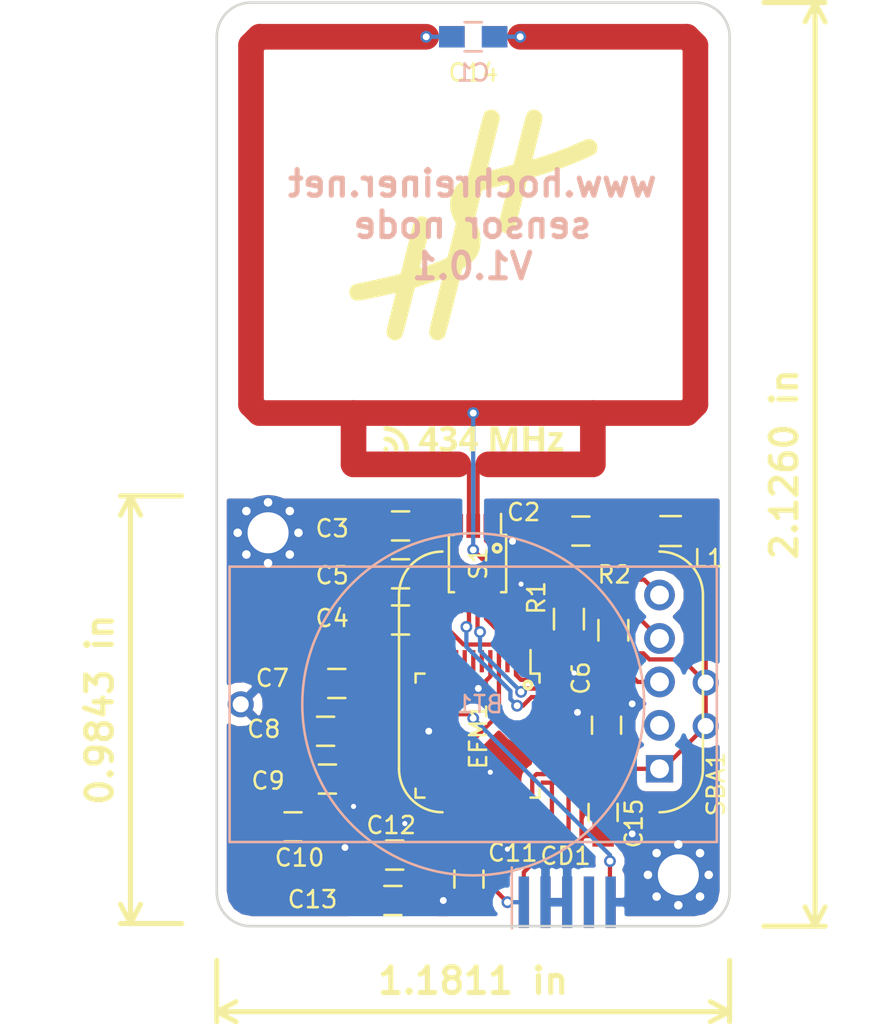
<source format=kicad_pcb>
(kicad_pcb (version 4) (host pcbnew 4.0.6)

  (general
    (links 89)
    (no_connects 0)
    (area 124.24918 56.4436 179.995999 119.171001)
    (thickness 0.8128)
    (drawings 14)
    (tracks 223)
    (zones 0)
    (modules 33)
    (nets 14)
  )

  (page A4)
  (layers
    (0 F.Cu jumper)
    (31 B.Cu signal)
    (34 B.Paste user)
    (35 F.Paste user)
    (36 B.SilkS user)
    (37 F.SilkS user)
    (38 B.Mask user)
    (39 F.Mask user)
    (44 Edge.Cuts user)
  )

  (setup
    (last_trace_width 0.1524)
    (user_trace_width 0.25)
    (trace_clearance 0.1524)
    (zone_clearance 0.508)
    (zone_45_only no)
    (trace_min 0.1524)
    (segment_width 0.2)
    (edge_width 0.15)
    (via_size 0.6858)
    (via_drill 0.3302)
    (via_min_size 0.6858)
    (via_min_drill 0.3302)
    (user_via 0.69 0.4)
    (uvia_size 0.762)
    (uvia_drill 0.508)
    (uvias_allowed no)
    (uvia_min_size 0)
    (uvia_min_drill 0)
    (pcb_text_width 0.3)
    (pcb_text_size 1.5 1.5)
    (mod_edge_width 0.15)
    (mod_text_size 1 1)
    (mod_text_width 0.15)
    (pad_size 0.6 0.6)
    (pad_drill 0.3)
    (pad_to_mask_clearance 0.2)
    (aux_axis_origin 0 0)
    (grid_origin 152.146 85.471)
    (visible_elements FFFFFF7F)
    (pcbplotparams
      (layerselection 0x00030_80000001)
      (usegerberextensions false)
      (excludeedgelayer true)
      (linewidth 0.100000)
      (plotframeref false)
      (viasonmask false)
      (mode 1)
      (useauxorigin false)
      (hpglpennumber 1)
      (hpglpenspeed 20)
      (hpglpendiameter 15)
      (hpglpenoverlay 2)
      (psnegative false)
      (psa4output false)
      (plotreference true)
      (plotvalue true)
      (plotinvisibletext false)
      (padsonsilk false)
      (subtractmaskfromsilk false)
      (outputformat 1)
      (mirror false)
      (drillshape 0)
      (scaleselection 1)
      (outputdirectory board/))
  )

  (net 0 "")
  (net 1 +3V3)
  (net 2 GND)
  (net 3 "Net-(C1-Pad1)")
  (net 4 "Net-(C11-Pad2)")
  (net 5 /SWDIO)
  (net 6 /SWCLK)
  (net 7 /SWO)
  (net 8 /~RESET)
  (net 9 /SDA)
  (net 10 /SCL)
  (net 11 /~SEN_ENABLE)
  (net 12 /RAD_ENABLE)
  (net 13 /RAD_INT)

  (net_class Default "This is the default net class."
    (clearance 0.1524)
    (trace_width 0.1524)
    (via_dia 0.6858)
    (via_drill 0.3302)
    (uvia_dia 0.762)
    (uvia_drill 0.508)
    (add_net +3V3)
    (add_net /RAD_ENABLE)
    (add_net /RAD_INT)
    (add_net /SCL)
    (add_net /SDA)
    (add_net /SWCLK)
    (add_net /SWDIO)
    (add_net /SWO)
    (add_net /~RESET)
    (add_net /~SEN_ENABLE)
    (add_net GND)
    (add_net "Net-(C1-Pad1)")
    (add_net "Net-(C11-Pad2)")
  )

  (module sensor-node:via-0.6mm (layer F.Cu) (tedit 58F4F190) (tstamp 58F4F237)
    (at 158.046 96.671)
    (fp_text reference REF** (at 0 1) (layer F.SilkS) hide
      (effects (font (size 1 1) (thickness 0.15)))
    )
    (fp_text value via-0.6mm (at 0 -1) (layer F.Fab) hide
      (effects (font (size 1 1) (thickness 0.15)))
    )
    (pad 1 thru_hole circle (at 0 0) (size 0.6 0.6) (drill 0.3) (layers *.Cu)
      (net 2 GND) (zone_connect 2))
  )

  (module sensor-node:via-0.6mm (layer F.Cu) (tedit 58F4F190) (tstamp 58F4F1E3)
    (at 154.946 91.471)
    (fp_text reference REF** (at 0 1) (layer F.SilkS) hide
      (effects (font (size 1 1) (thickness 0.15)))
    )
    (fp_text value via-0.6mm (at 0 -1) (layer F.Fab) hide
      (effects (font (size 1 1) (thickness 0.15)))
    )
    (pad 1 thru_hole circle (at 0 0) (size 0.6 0.6) (drill 0.3) (layers *.Cu)
      (net 2 GND) (zone_connect 2))
  )

  (module sensor-node:via-0.6mm (layer F.Cu) (tedit 58F4F190) (tstamp 58F4F1DF)
    (at 154.146 106.971)
    (fp_text reference REF** (at 0 1) (layer F.SilkS) hide
      (effects (font (size 1 1) (thickness 0.15)))
    )
    (fp_text value via-0.6mm (at 0 -1) (layer F.Fab) hide
      (effects (font (size 1 1) (thickness 0.15)))
    )
    (pad 1 thru_hole circle (at 0 0) (size 0.6 0.6) (drill 0.3) (layers *.Cu)
      (net 2 GND) (zone_connect 2))
  )

  (module sensor-node:via-0.6mm (layer F.Cu) (tedit 58F4F190) (tstamp 58F4F1D9)
    (at 145.146 104.471)
    (fp_text reference REF** (at 0 1) (layer F.SilkS) hide
      (effects (font (size 1 1) (thickness 0.15)))
    )
    (fp_text value via-0.6mm (at 0 -1) (layer F.Fab) hide
      (effects (font (size 1 1) (thickness 0.15)))
    )
    (pad 1 thru_hole circle (at 0 0) (size 0.6 0.6) (drill 0.3) (layers *.Cu)
      (net 2 GND) (zone_connect 2))
  )

  (module sensor-node:via-0.6mm (layer F.Cu) (tedit 58F4F190) (tstamp 58F4F1CB)
    (at 148.146 105.471)
    (fp_text reference REF** (at 0 1) (layer F.SilkS) hide
      (effects (font (size 1 1) (thickness 0.15)))
    )
    (fp_text value via-0.6mm (at 0 -1) (layer F.Fab) hide
      (effects (font (size 1 1) (thickness 0.15)))
    )
    (pad 1 thru_hole circle (at 0 0) (size 0.6 0.6) (drill 0.3) (layers *.Cu)
      (net 2 GND) (zone_connect 2))
  )

  (module sensor-node:CORTEX-DEBUG-EDGE (layer F.Cu) (tedit 58890AA3) (tstamp 5898A78C)
    (at 155.106 110.071)
    (path /58832D91)
    (fp_text reference CD1 (at 2.44 -2.7) (layer F.SilkS)
      (effects (font (size 1 1) (thickness 0.15)))
    )
    (fp_text value CortexDebug (at 1.778 -2.54) (layer F.Fab)
      (effects (font (size 1 1) (thickness 0.15)))
    )
    (fp_line (start -0.7 -2.032) (end -0.7 1.524) (layer B.SilkS) (width 0.15))
    (pad 2 smd rect (at 0 0) (size 0.6 3) (layers F.Cu F.Paste F.Mask)
      (net 5 /SWDIO))
    (pad 4 smd rect (at 1.27 0) (size 0.6 3) (layers F.Cu F.Paste F.Mask)
      (net 6 /SWCLK))
    (pad 6 smd rect (at 2.54 0) (size 0.6 3) (layers F.Cu F.Paste F.Mask)
      (net 7 /SWO))
    (pad 8 smd rect (at 3.81 0) (size 0.6 3) (layers F.Cu F.Paste F.Mask))
    (pad 10 smd rect (at 5.08 0) (size 0.6 3) (layers F.Cu F.Paste F.Mask)
      (net 8 /~RESET))
    (pad 1 smd rect (at 0 0) (size 0.6 3) (layers B.Cu B.Paste B.Mask)
      (net 1 +3V3))
    (pad 3 smd rect (at 1.27 0) (size 0.6 3) (layers B.Cu B.Paste B.Mask)
      (net 2 GND))
    (pad 5 smd rect (at 2.54 0) (size 0.6 3) (layers B.Cu B.Paste B.Mask)
      (net 2 GND))
    (pad 7 smd rect (at 3.81 0) (size 0.6 3) (layers B.Cu B.Paste B.Mask))
    (pad 9 smd rect (at 5.08 0) (size 0.6 3) (layers B.Cu B.Paste B.Mask)
      (net 2 GND))
    (model ../../../../../home/hannes/Repository/sensor-node/freecad/shroudedHeader.wrl
      (at (xyz -0.15 -0.065 -0.12))
      (scale (xyz 0.393701 0.393701 0.393701))
      (rotate (xyz -90 0 0))
    )
  )

  (module sensor-node:Si7021BA (layer F.Cu) (tedit 5894D2A2) (tstamp 5898A79A)
    (at 163.046 97.191 90)
    (path /5879DD92)
    (fp_text reference SBA1 (at -5.98 3.3 90) (layer F.SilkS)
      (effects (font (size 1 1) (thickness 0.15)))
    )
    (fp_text value Si7021-BA (at 0 -5.08 90) (layer F.Fab)
      (effects (font (size 1 1) (thickness 0.15)))
    )
    (fp_arc (start 5.08 -12.7) (end 5.08 -15.24) (angle 90) (layer F.SilkS) (width 0.15))
    (fp_arc (start -5.08 -12.7) (end -7.62 -12.7) (angle 90) (layer F.SilkS) (width 0.15))
    (fp_line (start 5.08 -15.24) (end -5.08 -15.24) (layer F.SilkS) (width 0.15))
    (fp_line (start 5.08 2.54) (end -5.08 2.54) (layer F.SilkS) (width 0.15))
    (fp_arc (start -5.08 0) (end -5.08 2.54) (angle 90) (layer F.SilkS) (width 0.15))
    (fp_arc (start 5.08 0) (end 7.62 0) (angle 90) (layer F.SilkS) (width 0.15))
    (pad 1 thru_hole rect (at -5.08 0 90) (size 1.6 1.6) (drill 1.1) (layers *.Cu *.Mask)
      (net 1 +3V3))
    (pad 2 thru_hole circle (at -2.54 0 90) (size 1.8 1.8) (drill 1.1) (layers *.Cu *.Mask))
    (pad 3 thru_hole circle (at 0 0 90) (size 1.8 1.8) (drill 1.1) (layers *.Cu *.Mask)
      (net 11 /~SEN_ENABLE))
    (pad 4 thru_hole circle (at 2.54 0 90) (size 1.8 1.8) (drill 1.1) (layers *.Cu *.Mask)
      (net 10 /SCL))
    (pad 5 thru_hole circle (at 5.08 0 90) (size 1.8 1.8) (drill 1.1) (layers *.Cu *.Mask)
      (net 9 /SDA))
    (model ../../../../../home/hannes/Repository/sensor-node/freecad/si7021_breakout.wrl
      (at (xyz 0.2 -0.05 0))
      (scale (xyz 0.393701 0.393701 0.393701))
      (rotate (xyz 0 0 -90))
    )
  )

  (module Housings_QFP:TQFP-48_7x7mm_Pitch0.5mm (layer F.Cu) (tedit 54130A77) (tstamp 588598B3)
    (at 152.4 100.33 270)
    (descr "48 LEAD TQFP 7x7mm (see MICREL TQFP7x7-48LD-PL-1.pdf)")
    (tags "QFP 0.5")
    (path /5877E1EF)
    (attr smd)
    (fp_text reference EFM1 (at 0.041 -0.046 450) (layer F.SilkS)
      (effects (font (size 1 1) (thickness 0.15)))
    )
    (fp_text value EFM32ZG222 (at 0 6 270) (layer F.Fab)
      (effects (font (size 1 1) (thickness 0.15)))
    )
    (fp_line (start -5.25 -5.25) (end -5.25 5.25) (layer F.CrtYd) (width 0.05))
    (fp_line (start 5.25 -5.25) (end 5.25 5.25) (layer F.CrtYd) (width 0.05))
    (fp_line (start -5.25 -5.25) (end 5.25 -5.25) (layer F.CrtYd) (width 0.05))
    (fp_line (start -5.25 5.25) (end 5.25 5.25) (layer F.CrtYd) (width 0.05))
    (fp_line (start -3.625 -3.625) (end -3.625 -3.1) (layer F.SilkS) (width 0.15))
    (fp_line (start 3.625 -3.625) (end 3.625 -3.1) (layer F.SilkS) (width 0.15))
    (fp_line (start 3.625 3.625) (end 3.625 3.1) (layer F.SilkS) (width 0.15))
    (fp_line (start -3.625 3.625) (end -3.625 3.1) (layer F.SilkS) (width 0.15))
    (fp_line (start -3.625 -3.625) (end -3.1 -3.625) (layer F.SilkS) (width 0.15))
    (fp_line (start -3.625 3.625) (end -3.1 3.625) (layer F.SilkS) (width 0.15))
    (fp_line (start 3.625 3.625) (end 3.1 3.625) (layer F.SilkS) (width 0.15))
    (fp_line (start 3.625 -3.625) (end 3.1 -3.625) (layer F.SilkS) (width 0.15))
    (fp_line (start -3.625 -3.1) (end -5 -3.1) (layer F.SilkS) (width 0.15))
    (pad 1 smd rect (at -4.35 -2.75 270) (size 1.3 0.25) (layers F.Cu F.Paste F.Mask)
      (net 9 /SDA))
    (pad 2 smd rect (at -4.35 -2.25 270) (size 1.3 0.25) (layers F.Cu F.Paste F.Mask)
      (net 10 /SCL))
    (pad 3 smd rect (at -4.35 -1.75 270) (size 1.3 0.25) (layers F.Cu F.Paste F.Mask))
    (pad 4 smd rect (at -4.35 -1.25 270) (size 1.3 0.25) (layers F.Cu F.Paste F.Mask)
      (net 1 +3V3))
    (pad 5 smd rect (at -4.35 -0.75 270) (size 1.3 0.25) (layers F.Cu F.Paste F.Mask)
      (net 2 GND))
    (pad 6 smd rect (at -4.35 -0.25 270) (size 1.3 0.25) (layers F.Cu F.Paste F.Mask))
    (pad 7 smd rect (at -4.35 0.25 270) (size 1.3 0.25) (layers F.Cu F.Paste F.Mask))
    (pad 8 smd rect (at -4.35 0.75 270) (size 1.3 0.25) (layers F.Cu F.Paste F.Mask))
    (pad 9 smd rect (at -4.35 1.25 270) (size 1.3 0.25) (layers F.Cu F.Paste F.Mask))
    (pad 10 smd rect (at -4.35 1.75 270) (size 1.3 0.25) (layers F.Cu F.Paste F.Mask))
    (pad 11 smd rect (at -4.35 2.25 270) (size 1.3 0.25) (layers F.Cu F.Paste F.Mask))
    (pad 12 smd rect (at -4.35 2.75 270) (size 1.3 0.25) (layers F.Cu F.Paste F.Mask))
    (pad 13 smd rect (at -2.75 4.35) (size 1.3 0.25) (layers F.Cu F.Paste F.Mask))
    (pad 14 smd rect (at -2.25 4.35) (size 1.3 0.25) (layers F.Cu F.Paste F.Mask))
    (pad 15 smd rect (at -1.75 4.35) (size 1.3 0.25) (layers F.Cu F.Paste F.Mask))
    (pad 16 smd rect (at -1.25 4.35) (size 1.3 0.25) (layers F.Cu F.Paste F.Mask)
      (net 8 /~RESET))
    (pad 17 smd rect (at -0.75 4.35) (size 1.3 0.25) (layers F.Cu F.Paste F.Mask))
    (pad 18 smd rect (at -0.25 4.35) (size 1.3 0.25) (layers F.Cu F.Paste F.Mask)
      (net 2 GND))
    (pad 19 smd rect (at 0.25 4.35) (size 1.3 0.25) (layers F.Cu F.Paste F.Mask)
      (net 1 +3V3))
    (pad 20 smd rect (at 0.75 4.35) (size 1.3 0.25) (layers F.Cu F.Paste F.Mask))
    (pad 21 smd rect (at 1.25 4.35) (size 1.3 0.25) (layers F.Cu F.Paste F.Mask))
    (pad 22 smd rect (at 1.75 4.35) (size 1.3 0.25) (layers F.Cu F.Paste F.Mask)
      (net 1 +3V3))
    (pad 23 smd rect (at 2.25 4.35) (size 1.3 0.25) (layers F.Cu F.Paste F.Mask)
      (net 1 +3V3))
    (pad 24 smd rect (at 2.75 4.35) (size 1.3 0.25) (layers F.Cu F.Paste F.Mask))
    (pad 25 smd rect (at 4.35 2.75 270) (size 1.3 0.25) (layers F.Cu F.Paste F.Mask))
    (pad 26 smd rect (at 4.35 2.25 270) (size 1.3 0.25) (layers F.Cu F.Paste F.Mask))
    (pad 27 smd rect (at 4.35 1.75 270) (size 1.3 0.25) (layers F.Cu F.Paste F.Mask))
    (pad 28 smd rect (at 4.35 1.25 270) (size 1.3 0.25) (layers F.Cu F.Paste F.Mask)
      (net 1 +3V3))
    (pad 29 smd rect (at 4.35 0.75 270) (size 1.3 0.25) (layers F.Cu F.Paste F.Mask)
      (net 4 "Net-(C11-Pad2)"))
    (pad 30 smd rect (at 4.35 0.25 270) (size 1.3 0.25) (layers F.Cu F.Paste F.Mask))
    (pad 31 smd rect (at 4.35 -0.25 270) (size 1.3 0.25) (layers F.Cu F.Paste F.Mask))
    (pad 32 smd rect (at 4.35 -0.75 270) (size 1.3 0.25) (layers F.Cu F.Paste F.Mask))
    (pad 33 smd rect (at 4.35 -1.25 270) (size 1.3 0.25) (layers F.Cu F.Paste F.Mask))
    (pad 34 smd rect (at 4.35 -1.75 270) (size 1.3 0.25) (layers F.Cu F.Paste F.Mask))
    (pad 35 smd rect (at 4.35 -2.25 270) (size 1.3 0.25) (layers F.Cu F.Paste F.Mask))
    (pad 36 smd rect (at 4.35 -2.75 270) (size 1.3 0.25) (layers F.Cu F.Paste F.Mask))
    (pad 37 smd rect (at 2.75 -4.35) (size 1.3 0.25) (layers F.Cu F.Paste F.Mask)
      (net 6 /SWCLK))
    (pad 38 smd rect (at 2.25 -4.35) (size 1.3 0.25) (layers F.Cu F.Paste F.Mask)
      (net 5 /SWDIO))
    (pad 39 smd rect (at 1.75 -4.35) (size 1.3 0.25) (layers F.Cu F.Paste F.Mask)
      (net 7 /SWO))
    (pad 40 smd rect (at 1.25 -4.35) (size 1.3 0.25) (layers F.Cu F.Paste F.Mask))
    (pad 41 smd rect (at 0.75 -4.35) (size 1.3 0.25) (layers F.Cu F.Paste F.Mask))
    (pad 42 smd rect (at 0.25 -4.35) (size 1.3 0.25) (layers F.Cu F.Paste F.Mask))
    (pad 43 smd rect (at -0.25 -4.35) (size 1.3 0.25) (layers F.Cu F.Paste F.Mask)
      (net 1 +3V3))
    (pad 44 smd rect (at -0.75 -4.35) (size 1.3 0.25) (layers F.Cu F.Paste F.Mask)
      (net 2 GND))
    (pad 45 smd rect (at -1.25 -4.35) (size 1.3 0.25) (layers F.Cu F.Paste F.Mask))
    (pad 46 smd rect (at -1.75 -4.35) (size 1.3 0.25) (layers F.Cu F.Paste F.Mask)
      (net 11 /~SEN_ENABLE))
    (pad 47 smd rect (at -2.25 -4.35) (size 1.3 0.25) (layers F.Cu F.Paste F.Mask)
      (net 13 /RAD_INT))
    (pad 48 smd rect (at -2.75 -4.35) (size 1.3 0.25) (layers F.Cu F.Paste F.Mask)
      (net 12 /RAD_ENABLE))
    (model Housings_QFP.3dshapes/TQFP-48_7x7mm_Pitch0.5mm.wrl
      (at (xyz 0 0 0))
      (scale (xyz 1 1 1))
      (rotate (xyz 0 0 0))
    )
  )

  (module Housings_SSOP:MSOP-10_3x3mm_Pitch0.5mm (layer F.Cu) (tedit 54130A77) (tstamp 588598DE)
    (at 152.4 90.271 270)
    (descr "10-Lead Plastic Micro Small Outline Package (MS) [MSOP] (see Microchip Packaging Specification 00000049BS.pdf)")
    (tags "SSOP 0.5")
    (path /5877E5F4)
    (attr smd)
    (fp_text reference S1 (at 0 -0.046 450) (layer F.SilkS)
      (effects (font (size 1 1) (thickness 0.15)))
    )
    (fp_text value Si4012 (at 0 2.6 270) (layer F.Fab)
      (effects (font (size 1 1) (thickness 0.15)))
    )
    (fp_line (start -3.15 -1.85) (end -3.15 1.85) (layer F.CrtYd) (width 0.05))
    (fp_line (start 3.15 -1.85) (end 3.15 1.85) (layer F.CrtYd) (width 0.05))
    (fp_line (start -3.15 -1.85) (end 3.15 -1.85) (layer F.CrtYd) (width 0.05))
    (fp_line (start -3.15 1.85) (end 3.15 1.85) (layer F.CrtYd) (width 0.05))
    (fp_line (start -1.675 -1.675) (end -1.675 -1.375) (layer F.SilkS) (width 0.15))
    (fp_line (start 1.675 -1.675) (end 1.675 -1.375) (layer F.SilkS) (width 0.15))
    (fp_line (start 1.675 1.675) (end 1.675 1.375) (layer F.SilkS) (width 0.15))
    (fp_line (start -1.675 1.675) (end -1.675 1.375) (layer F.SilkS) (width 0.15))
    (fp_line (start -1.675 -1.675) (end 1.675 -1.675) (layer F.SilkS) (width 0.15))
    (fp_line (start -1.675 1.675) (end 1.675 1.675) (layer F.SilkS) (width 0.15))
    (fp_line (start -1.675 -1.375) (end -2.9 -1.375) (layer F.SilkS) (width 0.15))
    (pad 1 smd rect (at -2.2 -1 270) (size 1.4 0.3) (layers F.Cu F.Paste F.Mask))
    (pad 2 smd rect (at -2.2 -0.5 270) (size 1.4 0.3) (layers F.Cu F.Paste F.Mask)
      (net 2 GND))
    (pad 3 smd rect (at -2.2 0 270) (size 1.4 0.3) (layers F.Cu F.Paste F.Mask)
      (net 3 "Net-(C1-Pad1)"))
    (pad 4 smd rect (at -2.2 0.5 270) (size 1.4 0.3) (layers F.Cu F.Paste F.Mask)
      (net 3 "Net-(C1-Pad1)"))
    (pad 5 smd rect (at -2.2 1 270) (size 1.4 0.3) (layers F.Cu F.Paste F.Mask)
      (net 1 +3V3))
    (pad 6 smd rect (at 2.2 1 270) (size 1.4 0.3) (layers F.Cu F.Paste F.Mask))
    (pad 7 smd rect (at 2.2 0.5 270) (size 1.4 0.3) (layers F.Cu F.Paste F.Mask)
      (net 13 /RAD_INT))
    (pad 8 smd rect (at 2.2 0 270) (size 1.4 0.3) (layers F.Cu F.Paste F.Mask)
      (net 12 /RAD_ENABLE))
    (pad 9 smd rect (at 2.2 -0.5 270) (size 1.4 0.3) (layers F.Cu F.Paste F.Mask)
      (net 10 /SCL))
    (pad 10 smd rect (at 2.2 -1 270) (size 1.4 0.3) (layers F.Cu F.Paste F.Mask)
      (net 9 /SDA))
    (model Housings_SSOP.3dshapes/MSOP-10_3x3mm_Pitch0.5mm.wrl
      (at (xyz 0 0 0))
      (scale (xyz 1 1 1))
      (rotate (xyz 0 0 0))
    )
  )

  (module Capacitors_SMD:C_0805_HandSoldering (layer B.Cu) (tedit 541A9B8D) (tstamp 58865F19)
    (at 152.146 59.471)
    (descr "Capacitor SMD 0805, hand soldering")
    (tags "capacitor 0805")
    (path /5879225E)
    (attr smd)
    (fp_text reference C1 (at 0 2.1) (layer B.SilkS)
      (effects (font (size 1 1) (thickness 0.15)) (justify mirror))
    )
    (fp_text value 1pF (at 0 -2.1) (layer B.Fab)
      (effects (font (size 1 1) (thickness 0.15)) (justify mirror))
    )
    (fp_line (start -2.3 1) (end 2.3 1) (layer B.CrtYd) (width 0.05))
    (fp_line (start -2.3 -1) (end 2.3 -1) (layer B.CrtYd) (width 0.05))
    (fp_line (start -2.3 1) (end -2.3 -1) (layer B.CrtYd) (width 0.05))
    (fp_line (start 2.3 1) (end 2.3 -1) (layer B.CrtYd) (width 0.05))
    (fp_line (start 0.5 0.85) (end -0.5 0.85) (layer B.SilkS) (width 0.15))
    (fp_line (start -0.5 -0.85) (end 0.5 -0.85) (layer B.SilkS) (width 0.15))
    (pad 1 smd rect (at -1.25 0) (size 1.5 1.25) (layers B.Cu B.Paste B.Mask)
      (net 3 "Net-(C1-Pad1)"))
    (pad 2 smd rect (at 1.25 0) (size 1.5 1.25) (layers B.Cu B.Paste B.Mask)
      (net 3 "Net-(C1-Pad1)"))
    (model Capacitors_SMD.3dshapes/C_0805_HandSoldering.wrl
      (at (xyz 0 0 0))
      (scale (xyz 1 1 1))
      (rotate (xyz 0 0 0))
    )
  )

  (module Capacitors_SMD:C_0805_HandSoldering (layer F.Cu) (tedit 541A9B8D) (tstamp 58865F1E)
    (at 158.446 88.371 180)
    (descr "Capacitor SMD 0805, hand soldering")
    (tags "capacitor 0805")
    (path /5877E866)
    (attr smd)
    (fp_text reference C2 (at 3.35 1.1 180) (layer F.SilkS)
      (effects (font (size 1 1) (thickness 0.15)))
    )
    (fp_text value 0.5pF (at 0 2.1 180) (layer F.Fab)
      (effects (font (size 1 1) (thickness 0.15)))
    )
    (fp_line (start -2.3 -1) (end 2.3 -1) (layer F.CrtYd) (width 0.05))
    (fp_line (start -2.3 1) (end 2.3 1) (layer F.CrtYd) (width 0.05))
    (fp_line (start -2.3 -1) (end -2.3 1) (layer F.CrtYd) (width 0.05))
    (fp_line (start 2.3 -1) (end 2.3 1) (layer F.CrtYd) (width 0.05))
    (fp_line (start 0.5 -0.85) (end -0.5 -0.85) (layer F.SilkS) (width 0.15))
    (fp_line (start -0.5 0.85) (end 0.5 0.85) (layer F.SilkS) (width 0.15))
    (pad 1 smd rect (at -1.25 0 180) (size 1.5 1.25) (layers F.Cu F.Paste F.Mask)
      (net 3 "Net-(C1-Pad1)"))
    (pad 2 smd rect (at 1.25 0 180) (size 1.5 1.25) (layers F.Cu F.Paste F.Mask)
      (net 2 GND))
    (model Capacitors_SMD.3dshapes/C_0805_HandSoldering.wrl
      (at (xyz 0 0 0))
      (scale (xyz 1 1 1))
      (rotate (xyz 0 0 0))
    )
  )

  (module Capacitors_SMD:C_0805_HandSoldering (layer F.Cu) (tedit 541A9B8D) (tstamp 58865F23)
    (at 147.896 88.071 180)
    (descr "Capacitor SMD 0805, hand soldering")
    (tags "capacitor 0805")
    (path /587925C8)
    (attr smd)
    (fp_text reference C3 (at 4 -0.15 180) (layer F.SilkS)
      (effects (font (size 1 1) (thickness 0.15)))
    )
    (fp_text value 1µF (at 0 2.1 180) (layer F.Fab)
      (effects (font (size 1 1) (thickness 0.15)))
    )
    (fp_line (start -2.3 -1) (end 2.3 -1) (layer F.CrtYd) (width 0.05))
    (fp_line (start -2.3 1) (end 2.3 1) (layer F.CrtYd) (width 0.05))
    (fp_line (start -2.3 -1) (end -2.3 1) (layer F.CrtYd) (width 0.05))
    (fp_line (start 2.3 -1) (end 2.3 1) (layer F.CrtYd) (width 0.05))
    (fp_line (start 0.5 -0.85) (end -0.5 -0.85) (layer F.SilkS) (width 0.15))
    (fp_line (start -0.5 0.85) (end 0.5 0.85) (layer F.SilkS) (width 0.15))
    (pad 1 smd rect (at -1.25 0 180) (size 1.5 1.25) (layers F.Cu F.Paste F.Mask)
      (net 1 +3V3))
    (pad 2 smd rect (at 1.25 0 180) (size 1.5 1.25) (layers F.Cu F.Paste F.Mask)
      (net 2 GND))
    (model Capacitors_SMD.3dshapes/C_0805_HandSoldering.wrl
      (at (xyz 0 0 0))
      (scale (xyz 1 1 1))
      (rotate (xyz 0 0 0))
    )
  )

  (module Capacitors_SMD:C_0805_HandSoldering (layer F.Cu) (tedit 541A9B8D) (tstamp 58865F28)
    (at 147.896 93.571 180)
    (descr "Capacitor SMD 0805, hand soldering")
    (tags "capacitor 0805")
    (path /5879D002)
    (attr smd)
    (fp_text reference C4 (at 4 0.1 180) (layer F.SilkS)
      (effects (font (size 1 1) (thickness 0.15)))
    )
    (fp_text value 0.1µF (at 0 2.1 180) (layer F.Fab)
      (effects (font (size 1 1) (thickness 0.15)))
    )
    (fp_line (start -2.3 -1) (end 2.3 -1) (layer F.CrtYd) (width 0.05))
    (fp_line (start -2.3 1) (end 2.3 1) (layer F.CrtYd) (width 0.05))
    (fp_line (start -2.3 -1) (end -2.3 1) (layer F.CrtYd) (width 0.05))
    (fp_line (start 2.3 -1) (end 2.3 1) (layer F.CrtYd) (width 0.05))
    (fp_line (start 0.5 -0.85) (end -0.5 -0.85) (layer F.SilkS) (width 0.15))
    (fp_line (start -0.5 0.85) (end 0.5 0.85) (layer F.SilkS) (width 0.15))
    (pad 1 smd rect (at -1.25 0 180) (size 1.5 1.25) (layers F.Cu F.Paste F.Mask)
      (net 1 +3V3))
    (pad 2 smd rect (at 1.25 0 180) (size 1.5 1.25) (layers F.Cu F.Paste F.Mask)
      (net 2 GND))
    (model Capacitors_SMD.3dshapes/C_0805_HandSoldering.wrl
      (at (xyz 0 0 0))
      (scale (xyz 1 1 1))
      (rotate (xyz 0 0 0))
    )
  )

  (module Capacitors_SMD:C_0805_HandSoldering (layer F.Cu) (tedit 541A9B8D) (tstamp 58865F2D)
    (at 147.896 90.871 180)
    (descr "Capacitor SMD 0805, hand soldering")
    (tags "capacitor 0805")
    (path /5879D0E8)
    (attr smd)
    (fp_text reference C5 (at 4 -0.1 180) (layer F.SilkS)
      (effects (font (size 1 1) (thickness 0.15)))
    )
    (fp_text value 10µF (at 0 2.1 180) (layer F.Fab)
      (effects (font (size 1 1) (thickness 0.15)))
    )
    (fp_line (start -2.3 -1) (end 2.3 -1) (layer F.CrtYd) (width 0.05))
    (fp_line (start -2.3 1) (end 2.3 1) (layer F.CrtYd) (width 0.05))
    (fp_line (start -2.3 -1) (end -2.3 1) (layer F.CrtYd) (width 0.05))
    (fp_line (start 2.3 -1) (end 2.3 1) (layer F.CrtYd) (width 0.05))
    (fp_line (start 0.5 -0.85) (end -0.5 -0.85) (layer F.SilkS) (width 0.15))
    (fp_line (start -0.5 0.85) (end 0.5 0.85) (layer F.SilkS) (width 0.15))
    (pad 1 smd rect (at -1.25 0 180) (size 1.5 1.25) (layers F.Cu F.Paste F.Mask)
      (net 1 +3V3))
    (pad 2 smd rect (at 1.25 0 180) (size 1.5 1.25) (layers F.Cu F.Paste F.Mask)
      (net 2 GND))
    (model Capacitors_SMD.3dshapes/C_0805_HandSoldering.wrl
      (at (xyz 0 0 0))
      (scale (xyz 1 1 1))
      (rotate (xyz 0 0 0))
    )
  )

  (module Capacitors_SMD:C_0805_HandSoldering (layer F.Cu) (tedit 541A9B8D) (tstamp 58865F32)
    (at 159.946 99.721 270)
    (descr "Capacitor SMD 0805, hand soldering")
    (tags "capacitor 0805")
    (path /5879D061)
    (attr smd)
    (fp_text reference C6 (at -2.75 1.5 450) (layer F.SilkS)
      (effects (font (size 1 1) (thickness 0.15)))
    )
    (fp_text value 0.1µF (at 0 2.1 270) (layer F.Fab)
      (effects (font (size 1 1) (thickness 0.15)))
    )
    (fp_line (start -2.3 -1) (end 2.3 -1) (layer F.CrtYd) (width 0.05))
    (fp_line (start -2.3 1) (end 2.3 1) (layer F.CrtYd) (width 0.05))
    (fp_line (start -2.3 -1) (end -2.3 1) (layer F.CrtYd) (width 0.05))
    (fp_line (start 2.3 -1) (end 2.3 1) (layer F.CrtYd) (width 0.05))
    (fp_line (start 0.5 -0.85) (end -0.5 -0.85) (layer F.SilkS) (width 0.15))
    (fp_line (start -0.5 0.85) (end 0.5 0.85) (layer F.SilkS) (width 0.15))
    (pad 1 smd rect (at -1.25 0 270) (size 1.5 1.25) (layers F.Cu F.Paste F.Mask)
      (net 2 GND))
    (pad 2 smd rect (at 1.25 0 270) (size 1.5 1.25) (layers F.Cu F.Paste F.Mask)
      (net 1 +3V3))
    (model Capacitors_SMD.3dshapes/C_0805_HandSoldering.wrl
      (at (xyz 0 0 0))
      (scale (xyz 1 1 1))
      (rotate (xyz 0 0 0))
    )
  )

  (module Capacitors_SMD:C_0805_HandSoldering (layer F.Cu) (tedit 541A9B8D) (tstamp 58865F37)
    (at 144.165 97.282 180)
    (descr "Capacitor SMD 0805, hand soldering")
    (tags "capacitor 0805")
    (path /58793E0D)
    (attr smd)
    (fp_text reference C7 (at 3.769 0.311 180) (layer F.SilkS)
      (effects (font (size 1 1) (thickness 0.15)))
    )
    (fp_text value 10nF (at 0 2.1 180) (layer F.Fab)
      (effects (font (size 1 1) (thickness 0.15)))
    )
    (fp_line (start -2.3 -1) (end 2.3 -1) (layer F.CrtYd) (width 0.05))
    (fp_line (start -2.3 1) (end 2.3 1) (layer F.CrtYd) (width 0.05))
    (fp_line (start -2.3 -1) (end -2.3 1) (layer F.CrtYd) (width 0.05))
    (fp_line (start 2.3 -1) (end 2.3 1) (layer F.CrtYd) (width 0.05))
    (fp_line (start 0.5 -0.85) (end -0.5 -0.85) (layer F.SilkS) (width 0.15))
    (fp_line (start -0.5 0.85) (end 0.5 0.85) (layer F.SilkS) (width 0.15))
    (pad 1 smd rect (at -1.25 0 180) (size 1.5 1.25) (layers F.Cu F.Paste F.Mask)
      (net 1 +3V3))
    (pad 2 smd rect (at 1.25 0 180) (size 1.5 1.25) (layers F.Cu F.Paste F.Mask)
      (net 2 GND))
    (model Capacitors_SMD.3dshapes/C_0805_HandSoldering.wrl
      (at (xyz 0 0 0))
      (scale (xyz 1 1 1))
      (rotate (xyz 0 0 0))
    )
  )

  (module Capacitors_SMD:C_0805_HandSoldering (layer F.Cu) (tedit 541A9B8D) (tstamp 58865F3C)
    (at 143.51 100.076 180)
    (descr "Capacitor SMD 0805, hand soldering")
    (tags "capacitor 0805")
    (path /58794495)
    (attr smd)
    (fp_text reference C8 (at 3.614 0.127 180) (layer F.SilkS)
      (effects (font (size 1 1) (thickness 0.15)))
    )
    (fp_text value 0.1µF (at 0 2.1 180) (layer F.Fab)
      (effects (font (size 1 1) (thickness 0.15)))
    )
    (fp_line (start -2.3 -1) (end 2.3 -1) (layer F.CrtYd) (width 0.05))
    (fp_line (start -2.3 1) (end 2.3 1) (layer F.CrtYd) (width 0.05))
    (fp_line (start -2.3 -1) (end -2.3 1) (layer F.CrtYd) (width 0.05))
    (fp_line (start 2.3 -1) (end 2.3 1) (layer F.CrtYd) (width 0.05))
    (fp_line (start 0.5 -0.85) (end -0.5 -0.85) (layer F.SilkS) (width 0.15))
    (fp_line (start -0.5 0.85) (end 0.5 0.85) (layer F.SilkS) (width 0.15))
    (pad 1 smd rect (at -1.25 0 180) (size 1.5 1.25) (layers F.Cu F.Paste F.Mask)
      (net 1 +3V3))
    (pad 2 smd rect (at 1.25 0 180) (size 1.5 1.25) (layers F.Cu F.Paste F.Mask)
      (net 2 GND))
    (model Capacitors_SMD.3dshapes/C_0805_HandSoldering.wrl
      (at (xyz 0 0 0))
      (scale (xyz 1 1 1))
      (rotate (xyz 0 0 0))
    )
  )

  (module Capacitors_SMD:C_0805_HandSoldering (layer F.Cu) (tedit 541A9B8D) (tstamp 58865F41)
    (at 143.617 102.87 180)
    (descr "Capacitor SMD 0805, hand soldering")
    (tags "capacitor 0805")
    (path /58793DD8)
    (attr smd)
    (fp_text reference C9 (at 3.471 -0.101 180) (layer F.SilkS)
      (effects (font (size 1 1) (thickness 0.15)))
    )
    (fp_text value 10nF (at 0 2.1 180) (layer F.Fab)
      (effects (font (size 1 1) (thickness 0.15)))
    )
    (fp_line (start -2.3 -1) (end 2.3 -1) (layer F.CrtYd) (width 0.05))
    (fp_line (start -2.3 1) (end 2.3 1) (layer F.CrtYd) (width 0.05))
    (fp_line (start -2.3 -1) (end -2.3 1) (layer F.CrtYd) (width 0.05))
    (fp_line (start 2.3 -1) (end 2.3 1) (layer F.CrtYd) (width 0.05))
    (fp_line (start 0.5 -0.85) (end -0.5 -0.85) (layer F.SilkS) (width 0.15))
    (fp_line (start -0.5 0.85) (end 0.5 0.85) (layer F.SilkS) (width 0.15))
    (pad 1 smd rect (at -1.25 0 180) (size 1.5 1.25) (layers F.Cu F.Paste F.Mask)
      (net 1 +3V3))
    (pad 2 smd rect (at 1.25 0 180) (size 1.5 1.25) (layers F.Cu F.Paste F.Mask)
      (net 2 GND))
    (model Capacitors_SMD.3dshapes/C_0805_HandSoldering.wrl
      (at (xyz 0 0 0))
      (scale (xyz 1 1 1))
      (rotate (xyz 0 0 0))
    )
  )

  (module Capacitors_SMD:C_0805_HandSoldering (layer F.Cu) (tedit 541A9B8D) (tstamp 58865F46)
    (at 141.605 105.664 180)
    (descr "Capacitor SMD 0805, hand soldering")
    (tags "capacitor 0805")
    (path /58793E48)
    (attr smd)
    (fp_text reference C10 (at -0.381 -1.807 180) (layer F.SilkS)
      (effects (font (size 1 1) (thickness 0.15)))
    )
    (fp_text value 10µF (at 0 2.1 180) (layer F.Fab)
      (effects (font (size 1 1) (thickness 0.15)))
    )
    (fp_line (start -2.3 -1) (end 2.3 -1) (layer F.CrtYd) (width 0.05))
    (fp_line (start -2.3 1) (end 2.3 1) (layer F.CrtYd) (width 0.05))
    (fp_line (start -2.3 -1) (end -2.3 1) (layer F.CrtYd) (width 0.05))
    (fp_line (start 2.3 -1) (end 2.3 1) (layer F.CrtYd) (width 0.05))
    (fp_line (start 0.5 -0.85) (end -0.5 -0.85) (layer F.SilkS) (width 0.15))
    (fp_line (start -0.5 0.85) (end 0.5 0.85) (layer F.SilkS) (width 0.15))
    (pad 1 smd rect (at -1.25 0 180) (size 1.5 1.25) (layers F.Cu F.Paste F.Mask)
      (net 1 +3V3))
    (pad 2 smd rect (at 1.25 0 180) (size 1.5 1.25) (layers F.Cu F.Paste F.Mask)
      (net 2 GND))
    (model Capacitors_SMD.3dshapes/C_0805_HandSoldering.wrl
      (at (xyz 0 0 0))
      (scale (xyz 1 1 1))
      (rotate (xyz 0 0 0))
    )
  )

  (module Capacitors_SMD:C_0805_HandSoldering (layer F.Cu) (tedit 541A9B8D) (tstamp 58865F4B)
    (at 151.896 108.721 90)
    (descr "Capacitor SMD 0805, hand soldering")
    (tags "capacitor 0805")
    (path /58793B7A)
    (attr smd)
    (fp_text reference C11 (at 1.541 2.562 180) (layer F.SilkS)
      (effects (font (size 1 1) (thickness 0.15)))
    )
    (fp_text value 1µF (at 0 2.1 90) (layer F.Fab)
      (effects (font (size 1 1) (thickness 0.15)))
    )
    (fp_line (start -2.3 -1) (end 2.3 -1) (layer F.CrtYd) (width 0.05))
    (fp_line (start -2.3 1) (end 2.3 1) (layer F.CrtYd) (width 0.05))
    (fp_line (start -2.3 -1) (end -2.3 1) (layer F.CrtYd) (width 0.05))
    (fp_line (start 2.3 -1) (end 2.3 1) (layer F.CrtYd) (width 0.05))
    (fp_line (start 0.5 -0.85) (end -0.5 -0.85) (layer F.SilkS) (width 0.15))
    (fp_line (start -0.5 0.85) (end 0.5 0.85) (layer F.SilkS) (width 0.15))
    (pad 1 smd rect (at -1.25 0 90) (size 1.5 1.25) (layers F.Cu F.Paste F.Mask)
      (net 2 GND))
    (pad 2 smd rect (at 1.25 0 90) (size 1.5 1.25) (layers F.Cu F.Paste F.Mask)
      (net 4 "Net-(C11-Pad2)"))
    (model Capacitors_SMD.3dshapes/C_0805_HandSoldering.wrl
      (at (xyz 0 0 0))
      (scale (xyz 1 1 1))
      (rotate (xyz 0 0 0))
    )
  )

  (module Capacitors_SMD:C_0805_HandSoldering (layer F.Cu) (tedit 541A9B8D) (tstamp 58865F50)
    (at 147.554 107.315 180)
    (descr "Capacitor SMD 0805, hand soldering")
    (tags "capacitor 0805")
    (path /58793969)
    (attr smd)
    (fp_text reference C12 (at 0.208 1.744 180) (layer F.SilkS)
      (effects (font (size 1 1) (thickness 0.15)))
    )
    (fp_text value 0.1µF (at 0 2.1 180) (layer F.Fab)
      (effects (font (size 1 1) (thickness 0.15)))
    )
    (fp_line (start -2.3 -1) (end 2.3 -1) (layer F.CrtYd) (width 0.05))
    (fp_line (start -2.3 1) (end 2.3 1) (layer F.CrtYd) (width 0.05))
    (fp_line (start -2.3 -1) (end -2.3 1) (layer F.CrtYd) (width 0.05))
    (fp_line (start 2.3 -1) (end 2.3 1) (layer F.CrtYd) (width 0.05))
    (fp_line (start 0.5 -0.85) (end -0.5 -0.85) (layer F.SilkS) (width 0.15))
    (fp_line (start -0.5 0.85) (end 0.5 0.85) (layer F.SilkS) (width 0.15))
    (pad 1 smd rect (at -1.25 0 180) (size 1.5 1.25) (layers F.Cu F.Paste F.Mask)
      (net 1 +3V3))
    (pad 2 smd rect (at 1.25 0 180) (size 1.5 1.25) (layers F.Cu F.Paste F.Mask)
      (net 2 GND))
    (model Capacitors_SMD.3dshapes/C_0805_HandSoldering.wrl
      (at (xyz 0 0 0))
      (scale (xyz 1 1 1))
      (rotate (xyz 0 0 0))
    )
  )

  (module Capacitors_SMD:C_0805_HandSoldering (layer F.Cu) (tedit 541A9B8D) (tstamp 58865F55)
    (at 147.446 109.971 180)
    (descr "Capacitor SMD 0805, hand soldering")
    (tags "capacitor 0805")
    (path /587939B0)
    (attr smd)
    (fp_text reference C13 (at 4.701 0.065 180) (layer F.SilkS)
      (effects (font (size 1 1) (thickness 0.15)))
    )
    (fp_text value 10µF (at 0 2.1 180) (layer F.Fab)
      (effects (font (size 1 1) (thickness 0.15)))
    )
    (fp_line (start -2.3 -1) (end 2.3 -1) (layer F.CrtYd) (width 0.05))
    (fp_line (start -2.3 1) (end 2.3 1) (layer F.CrtYd) (width 0.05))
    (fp_line (start -2.3 -1) (end -2.3 1) (layer F.CrtYd) (width 0.05))
    (fp_line (start 2.3 -1) (end 2.3 1) (layer F.CrtYd) (width 0.05))
    (fp_line (start 0.5 -0.85) (end -0.5 -0.85) (layer F.SilkS) (width 0.15))
    (fp_line (start -0.5 0.85) (end 0.5 0.85) (layer F.SilkS) (width 0.15))
    (pad 1 smd rect (at -1.25 0 180) (size 1.5 1.25) (layers F.Cu F.Paste F.Mask)
      (net 1 +3V3))
    (pad 2 smd rect (at 1.25 0 180) (size 1.5 1.25) (layers F.Cu F.Paste F.Mask)
      (net 2 GND))
    (model Capacitors_SMD.3dshapes/C_0805_HandSoldering.wrl
      (at (xyz 0 0 0))
      (scale (xyz 1 1 1))
      (rotate (xyz 0 0 0))
    )
  )

  (module Capacitors_SMD:C_0805_HandSoldering (layer F.Cu) (tedit 541A9B8D) (tstamp 58865F5A)
    (at 152.146 59.471 180)
    (descr "Capacitor SMD 0805, hand soldering")
    (tags "capacitor 0805")
    (path /58850DBC)
    (attr smd)
    (fp_text reference C14 (at 0 -2.1 180) (layer F.SilkS)
      (effects (font (size 1 1) (thickness 0.15)))
    )
    (fp_text value 1pF (at 0 2.1 180) (layer F.Fab)
      (effects (font (size 1 1) (thickness 0.15)))
    )
    (fp_line (start -2.3 -1) (end 2.3 -1) (layer F.CrtYd) (width 0.05))
    (fp_line (start -2.3 1) (end 2.3 1) (layer F.CrtYd) (width 0.05))
    (fp_line (start -2.3 -1) (end -2.3 1) (layer F.CrtYd) (width 0.05))
    (fp_line (start 2.3 -1) (end 2.3 1) (layer F.CrtYd) (width 0.05))
    (fp_line (start 0.5 -0.85) (end -0.5 -0.85) (layer F.SilkS) (width 0.15))
    (fp_line (start -0.5 0.85) (end 0.5 0.85) (layer F.SilkS) (width 0.15))
    (pad 1 smd rect (at -1.25 0 180) (size 1.5 1.25) (layers F.Cu F.Paste F.Mask)
      (net 3 "Net-(C1-Pad1)"))
    (pad 2 smd rect (at 1.25 0 180) (size 1.5 1.25) (layers F.Cu F.Paste F.Mask)
      (net 3 "Net-(C1-Pad1)"))
    (model Capacitors_SMD.3dshapes/C_0805_HandSoldering.wrl
      (at (xyz 0 0 0))
      (scale (xyz 1 1 1))
      (rotate (xyz 0 0 0))
    )
  )

  (module Resistors_SMD:R_0805_HandSoldering (layer F.Cu) (tedit 54189DEE) (tstamp 58865F5F)
    (at 157.746 93.519 270)
    (descr "Resistor SMD 0805, hand soldering")
    (tags "resistor 0805")
    (path /5877E356)
    (attr smd)
    (fp_text reference R1 (at -1.248 1.9 270) (layer F.SilkS)
      (effects (font (size 1 1) (thickness 0.15)))
    )
    (fp_text value 10k (at 0 2.1 270) (layer F.Fab)
      (effects (font (size 1 1) (thickness 0.15)))
    )
    (fp_line (start -2.4 -1) (end 2.4 -1) (layer F.CrtYd) (width 0.05))
    (fp_line (start -2.4 1) (end 2.4 1) (layer F.CrtYd) (width 0.05))
    (fp_line (start -2.4 -1) (end -2.4 1) (layer F.CrtYd) (width 0.05))
    (fp_line (start 2.4 -1) (end 2.4 1) (layer F.CrtYd) (width 0.05))
    (fp_line (start 0.6 0.875) (end -0.6 0.875) (layer F.SilkS) (width 0.15))
    (fp_line (start -0.6 -0.875) (end 0.6 -0.875) (layer F.SilkS) (width 0.15))
    (pad 1 smd rect (at -1.35 0 270) (size 1.5 1.3) (layers F.Cu F.Paste F.Mask)
      (net 9 /SDA))
    (pad 2 smd rect (at 1.35 0 270) (size 1.5 1.3) (layers F.Cu F.Paste F.Mask)
      (net 1 +3V3))
    (model Resistors_SMD.3dshapes/R_0805_HandSoldering.wrl
      (at (xyz 0 0 0))
      (scale (xyz 1 1 1))
      (rotate (xyz 0 0 0))
    )
  )

  (module Resistors_SMD:R_0805_HandSoldering (layer F.Cu) (tedit 54189DEE) (tstamp 58865F64)
    (at 160.346 94.171 270)
    (descr "Resistor SMD 0805, hand soldering")
    (tags "resistor 0805")
    (path /5877E3A1)
    (attr smd)
    (fp_text reference R2 (at -3.25 -0.05 360) (layer F.SilkS)
      (effects (font (size 1 1) (thickness 0.15)))
    )
    (fp_text value 10k (at 0 2.1 270) (layer F.Fab)
      (effects (font (size 1 1) (thickness 0.15)))
    )
    (fp_line (start -2.4 -1) (end 2.4 -1) (layer F.CrtYd) (width 0.05))
    (fp_line (start -2.4 1) (end 2.4 1) (layer F.CrtYd) (width 0.05))
    (fp_line (start -2.4 -1) (end -2.4 1) (layer F.CrtYd) (width 0.05))
    (fp_line (start 2.4 -1) (end 2.4 1) (layer F.CrtYd) (width 0.05))
    (fp_line (start 0.6 0.875) (end -0.6 0.875) (layer F.SilkS) (width 0.15))
    (fp_line (start -0.6 -0.875) (end 0.6 -0.875) (layer F.SilkS) (width 0.15))
    (pad 1 smd rect (at -1.35 0 270) (size 1.5 1.3) (layers F.Cu F.Paste F.Mask)
      (net 10 /SCL))
    (pad 2 smd rect (at 1.35 0 270) (size 1.5 1.3) (layers F.Cu F.Paste F.Mask)
      (net 1 +3V3))
    (model Resistors_SMD.3dshapes/R_0805_HandSoldering.wrl
      (at (xyz 0 0 0))
      (scale (xyz 1 1 1))
      (rotate (xyz 0 0 0))
    )
  )

  (module Resistors_SMD:R_0805_HandSoldering (layer F.Cu) (tedit 54189DEE) (tstamp 588660AC)
    (at 163.696 88.371 180)
    (descr "Resistor SMD 0805, hand soldering")
    (tags "resistor 0805")
    (path /5877E7F3)
    (attr smd)
    (fp_text reference L1 (at -2.2 -1.6 180) (layer F.SilkS)
      (effects (font (size 1 1) (thickness 0.15)))
    )
    (fp_text value 220nH (at 0 2.1 180) (layer F.Fab)
      (effects (font (size 1 1) (thickness 0.15)))
    )
    (fp_line (start -2.4 -1) (end 2.4 -1) (layer F.CrtYd) (width 0.05))
    (fp_line (start -2.4 1) (end 2.4 1) (layer F.CrtYd) (width 0.05))
    (fp_line (start -2.4 -1) (end -2.4 1) (layer F.CrtYd) (width 0.05))
    (fp_line (start 2.4 -1) (end 2.4 1) (layer F.CrtYd) (width 0.05))
    (fp_line (start 0.6 0.875) (end -0.6 0.875) (layer F.SilkS) (width 0.15))
    (fp_line (start -0.6 -0.875) (end 0.6 -0.875) (layer F.SilkS) (width 0.15))
    (pad 1 smd rect (at -1.35 0 180) (size 1.5 1.3) (layers F.Cu F.Paste F.Mask)
      (net 1 +3V3))
    (pad 2 smd rect (at 1.35 0 180) (size 1.5 1.3) (layers F.Cu F.Paste F.Mask)
      (net 3 "Net-(C1-Pad1)"))
    (model Resistors_SMD.3dshapes/R_0805_HandSoldering.wrl
      (at (xyz 0 0 0))
      (scale (xyz 1 1 1))
      (rotate (xyz 0 0 0))
    )
  )

  (module sensor-node:HU2032-LF (layer B.Cu) (tedit 58891075) (tstamp 5898A781)
    (at 165.746 98.501 180)
    (path /5877E2B9)
    (fp_text reference BT1 (at 13.208 0 180) (layer B.SilkS)
      (effects (font (size 1 1) (thickness 0.15)) (justify mirror))
    )
    (fp_text value CR2032Holder (at 13.208 1.524 180) (layer B.Fab)
      (effects (font (size 1 1) (thickness 0.15)) (justify mirror))
    )
    (fp_circle (center 13.6 0) (end 23.6 0) (layer B.SilkS) (width 0.15))
    (fp_line (start 27.85 -8.05) (end 27.85 8.05) (layer B.SilkS) (width 0.15))
    (fp_line (start -0.65 8.05) (end -0.65 -8.05) (layer B.SilkS) (width 0.15))
    (fp_line (start -0.65 8.05) (end 27.85 8.05) (layer B.SilkS) (width 0.15))
    (fp_line (start -0.65 -8.05) (end 27.85 -8.05) (layer B.SilkS) (width 0.15))
    (pad 1 thru_hole circle (at 0 1.27 180) (size 1.524 1.524) (drill 0.94) (layers *.Cu *.Mask)
      (net 1 +3V3))
    (pad 1 thru_hole circle (at 0 -1.27 180) (size 1.524 1.524) (drill 0.94) (layers *.Cu *.Mask)
      (net 1 +3V3))
    (pad 2 thru_hole circle (at 27.2 0 180) (size 1.524 1.524) (drill 0.94) (layers *.Cu *.Mask)
      (net 2 GND))
    (model ../../../../../home/hannes/Repository/sensor-node/freecad/batteryHolder.wrl
      (at (xyz 0.535 0 0))
      (scale (xyz 0.393701 0.393701 0.393701))
      (rotate (xyz 0 0 0))
    )
  )

  (module Capacitors_SMD:C_0805_HandSoldering (layer F.Cu) (tedit 541A9B8D) (tstamp 589EE5FE)
    (at 159.746 104.821 90)
    (descr "Capacitor SMD 0805, hand soldering")
    (tags "capacitor 0805")
    (path /589EE79E)
    (attr smd)
    (fp_text reference C15 (at -0.65 1.8 90) (layer F.SilkS)
      (effects (font (size 1 1) (thickness 0.15)))
    )
    (fp_text value 10µF (at 0 2.1 90) (layer F.Fab)
      (effects (font (size 1 1) (thickness 0.15)))
    )
    (fp_line (start -2.3 -1) (end 2.3 -1) (layer F.CrtYd) (width 0.05))
    (fp_line (start -2.3 1) (end 2.3 1) (layer F.CrtYd) (width 0.05))
    (fp_line (start -2.3 -1) (end -2.3 1) (layer F.CrtYd) (width 0.05))
    (fp_line (start 2.3 -1) (end 2.3 1) (layer F.CrtYd) (width 0.05))
    (fp_line (start 0.5 -0.85) (end -0.5 -0.85) (layer F.SilkS) (width 0.15))
    (fp_line (start -0.5 0.85) (end 0.5 0.85) (layer F.SilkS) (width 0.15))
    (pad 1 smd rect (at -1.25 0 90) (size 1.5 1.25) (layers F.Cu F.Paste F.Mask)
      (net 2 GND))
    (pad 2 smd rect (at 1.25 0 90) (size 1.5 1.25) (layers F.Cu F.Paste F.Mask)
      (net 1 +3V3))
    (model Capacitors_SMD.3dshapes/C_0805_HandSoldering.wrl
      (at (xyz 0 0 0))
      (scale (xyz 1 1 1))
      (rotate (xyz 0 0 0))
    )
  )

  (module sensor-node-main:frequ (layer F.Cu) (tedit 0) (tstamp 58F4E813)
    (at 152.146 82.971)
    (fp_text reference G*** (at 0 0) (layer F.SilkS) hide
      (effects (font (thickness 0.3)))
    )
    (fp_text value LOGO (at 0.75 0) (layer F.SilkS) hide
      (effects (font (thickness 0.3)))
    )
    (fp_poly (pts (xy -5.050106 0.474438) (xy -5.003801 0.508) (xy -4.965745 0.563294) (xy -4.953001 0.6096)
      (xy -4.974502 0.672884) (xy -5.026399 0.729478) (xy -5.089777 0.760468) (xy -5.1054 0.762)
      (xy -5.160695 0.744761) (xy -5.207 0.7112) (xy -5.245056 0.655905) (xy -5.2578 0.6096)
      (xy -5.236299 0.546315) (xy -5.184402 0.489721) (xy -5.121024 0.458731) (xy -5.105401 0.4572)
      (xy -5.050106 0.474438)) (layer F.SilkS) (width 0.01))
    (fp_poly (pts (xy -4.95952 -0.11468) (xy -4.838564 -0.077551) (xy -4.716692 -0.018017) (xy -4.605224 0.060576)
      (xy -4.524928 0.147095) (xy -4.458532 0.253953) (xy -4.408875 0.370715) (xy -4.378794 0.486944)
      (xy -4.371126 0.592206) (xy -4.388709 0.676065) (xy -4.425252 0.722459) (xy -4.493308 0.757324)
      (xy -4.549343 0.749439) (xy -4.5974 0.7112) (xy -4.635964 0.648714) (xy -4.6482 0.592219)
      (xy -4.667619 0.493459) (xy -4.718383 0.38671) (xy -4.78926 0.291684) (xy -4.848986 0.239882)
      (xy -4.933581 0.196715) (xy -5.033835 0.162479) (xy -5.066781 0.155009) (xy -5.175065 0.121764)
      (xy -5.237267 0.072093) (xy -5.252241 0.007699) (xy -5.218844 -0.069713) (xy -5.21826 -0.070549)
      (xy -5.15923 -0.113289) (xy -5.069695 -0.127296) (xy -4.95952 -0.11468)) (layer F.SilkS) (width 0.01))
    (fp_poly (pts (xy -4.89013 -0.714753) (xy -4.646226 -0.648576) (xy -4.420978 -0.538689) (xy -4.219958 -0.39031)
      (xy -4.048738 -0.208654) (xy -3.912891 0.001062) (xy -3.817989 0.233622) (xy -3.798251 0.307419)
      (xy -3.768098 0.463101) (xy -3.761329 0.579611) (xy -3.778119 0.662962) (xy -3.81 0.7112)
      (xy -3.87227 0.755141) (xy -3.932253 0.751814) (xy -3.984779 0.71755) (xy -4.018049 0.674681)
      (xy -4.042969 0.603267) (xy -4.063202 0.492546) (xy -4.064495 0.483347) (xy -4.112678 0.268023)
      (xy -4.196128 0.081939) (xy -4.32052 -0.086958) (xy -4.346104 -0.114783) (xy -4.516517 -0.260325)
      (xy -4.713893 -0.364114) (xy -4.940845 -0.427456) (xy -4.986343 -0.434854) (xy -5.09221 -0.452787)
      (xy -5.159802 -0.471975) (xy -5.201529 -0.497111) (xy -5.224896 -0.525066) (xy -5.250831 -0.58416)
      (xy -5.239412 -0.642302) (xy -5.236867 -0.64804) (xy -5.194646 -0.700153) (xy -5.123297 -0.727306)
      (xy -5.016986 -0.730621) (xy -4.89013 -0.714753)) (layer F.SilkS) (width 0.01))
    (fp_poly (pts (xy -1.326178 -0.720269) (xy -1.185222 -0.676174) (xy -1.087942 -0.613195) (xy -1.02099 -0.522611)
      (xy -0.99368 -0.415242) (xy -1.003794 -0.303086) (xy -1.049116 -0.198144) (xy -1.127429 -0.112414)
      (xy -1.187141 -0.0762) (xy -1.249884 -0.04197) (xy -1.264373 -0.017789) (xy -1.231187 0.000285)
      (xy -1.199476 0.007754) (xy -1.089629 0.051441) (xy -1.011052 0.126177) (xy -0.964113 0.222694)
      (xy -0.94918 0.331723) (xy -0.966619 0.443994) (xy -1.016798 0.550239) (xy -1.100084 0.641187)
      (xy -1.172528 0.687905) (xy -1.25599 0.716689) (xy -1.371353 0.739237) (xy -1.499904 0.753624)
      (xy -1.622927 0.757923) (xy -1.721707 0.750208) (xy -1.7399 0.74631) (xy -1.843153 0.718803)
      (xy -1.906772 0.695398) (xy -1.940354 0.66767) (xy -1.953496 0.627197) (xy -1.955797 0.565555)
      (xy -1.9558 0.55683) (xy -1.954064 0.485005) (xy -1.94963 0.439792) (xy -1.946294 0.4318)
      (xy -1.918792 0.439488) (xy -1.860361 0.458907) (xy -1.8288 0.4699) (xy -1.742677 0.490796)
      (xy -1.634096 0.504635) (xy -1.557753 0.508) (xy -1.462571 0.505051) (xy -1.401023 0.493076)
      (xy -1.356127 0.467375) (xy -1.332346 0.445654) (xy -1.286302 0.373641) (xy -1.269606 0.290744)
      (xy -1.286234 0.218503) (xy -1.289439 0.213352) (xy -1.35211 0.163033) (xy -1.462931 0.127231)
      (xy -1.57363 0.110414) (xy -1.7272 0.094363) (xy -1.7272 -0.121083) (xy -1.563538 -0.131504)
      (xy -1.436579 -0.149257) (xy -1.352996 -0.185763) (xy -1.307683 -0.244613) (xy -1.2954 -0.319997)
      (xy -1.316903 -0.398343) (xy -1.375267 -0.452815) (xy -1.461282 -0.480931) (xy -1.565734 -0.480211)
      (xy -1.679411 -0.448176) (xy -1.713174 -0.432477) (xy -1.769449 -0.405596) (xy -1.807805 -0.399579)
      (xy -1.840103 -0.420538) (xy -1.878204 -0.474588) (xy -1.915496 -0.536764) (xy -1.955144 -0.603627)
      (xy -1.822131 -0.660848) (xy -1.655989 -0.713343) (xy -1.486886 -0.732904) (xy -1.326178 -0.720269)) (layer F.SilkS) (width 0.01))
    (fp_poly (pts (xy -2.2352 0.2032) (xy -2.1463 0.2032) (xy -2.091676 0.20564) (xy -2.06581 0.222176)
      (xy -2.057949 0.266636) (xy -2.0574 0.3175) (xy -2.059298 0.38773) (xy -2.07216 0.420987)
      (xy -2.10674 0.431094) (xy -2.1463 0.4318) (xy -2.2352 0.4318) (xy -2.2352 0.7366)
      (xy -2.54 0.7366) (xy -2.54 0.4318) (xy -3.175 0.4318) (xy -3.175051 0.33655)
      (xy -3.171078 0.298963) (xy -3.156877 0.253976) (xy -3.13269 0.2032) (xy -2.89445 0.2032)
      (xy -2.54 0.2032) (xy -2.54 -0.067734) (xy -2.540718 -0.176804) (xy -2.542661 -0.26284)
      (xy -2.545516 -0.315965) (xy -2.548285 -0.328084) (xy -2.564535 -0.30388) (xy -2.602765 -0.245655)
      (xy -2.657339 -0.162024) (xy -2.722621 -0.061602) (xy -2.72551 -0.05715) (xy -2.89445 0.2032)
      (xy -3.13269 0.2032) (xy -3.129079 0.195621) (xy -3.084315 0.11793) (xy -3.019217 0.014937)
      (xy -2.930416 -0.119326) (xy -2.852458 -0.23495) (xy -2.529815 -0.7112) (xy -2.2352 -0.7112)
      (xy -2.2352 0.2032)) (layer F.SilkS) (width 0.01))
    (fp_poly (pts (xy 0.1016 -0.7112) (xy 0.1016 0.2032) (xy 0.1905 0.2032) (xy 0.245124 0.20564)
      (xy 0.27099 0.222176) (xy 0.278851 0.266636) (xy 0.2794 0.3175) (xy 0.277502 0.38773)
      (xy 0.26464 0.420987) (xy 0.23006 0.431094) (xy 0.1905 0.4318) (xy 0.1016 0.4318)
      (xy 0.1016 0.7366) (xy -0.2032 0.7366) (xy -0.2032 0.4318) (xy -0.8382 0.4318)
      (xy -0.838417 0.33655) (xy -0.834541 0.299039) (xy -0.820504 0.25424) (xy -0.796271 0.2032)
      (xy -0.55765 0.2032) (xy -0.2032 0.2032) (xy -0.2032 -0.067734) (xy -0.203918 -0.176804)
      (xy -0.205861 -0.26284) (xy -0.208716 -0.315965) (xy -0.211485 -0.328084) (xy -0.227735 -0.30388)
      (xy -0.265965 -0.245655) (xy -0.320539 -0.162024) (xy -0.385821 -0.061602) (xy -0.38871 -0.05715)
      (xy -0.55765 0.2032) (xy -0.796271 0.2032) (xy -0.792936 0.196177) (xy -0.748468 0.118875)
      (xy -0.683728 0.016361) (xy -0.595348 -0.11734) (xy -0.516079 -0.234951) (xy -0.193525 -0.711201)
      (xy -0.045963 -0.711201) (xy 0.1016 -0.7112)) (layer F.SilkS) (width 0.01))
    (fp_poly (pts (xy 2.5654 0.7366) (xy 2.282448 0.7366) (xy 2.290574 0.177774) (xy 2.292741 0.01545)
      (xy 2.294293 -0.128336) (xy 2.295181 -0.246337) (xy 2.295358 -0.331304) (xy 2.294775 -0.37599)
      (xy 2.294252 -0.381026) (xy 2.285352 -0.358019) (xy 2.262796 -0.293485) (xy 2.228865 -0.194133)
      (xy 2.185842 -0.06667) (xy 2.136008 0.082194) (xy 2.104185 0.1778) (xy 1.918564 0.7366)
      (xy 1.633955 0.7366) (xy 1.472988 0.20955) (xy 1.424957 0.053094) (xy 1.381262 -0.087707)
      (xy 1.344277 -0.205319) (xy 1.316381 -0.29221) (xy 1.299948 -0.340848) (xy 1.297223 -0.347693)
      (xy 1.293341 -0.332521) (xy 1.290662 -0.273304) (xy 1.289256 -0.176784) (xy 1.289195 -0.049703)
      (xy 1.290548 0.101197) (xy 1.291707 0.179357) (xy 1.300992 0.7366) (xy 1.016 0.7366)
      (xy 1.016 -0.7112) (xy 1.227559 -0.711201) (xy 1.439118 -0.711201) (xy 1.598286 -0.196851)
      (xy 1.646503 -0.042209) (xy 1.690567 0.096911) (xy 1.727992 0.212838) (xy 1.756292 0.297901)
      (xy 1.772984 0.344432) (xy 1.775409 0.349826) (xy 1.788194 0.33656) (xy 1.813946 0.280717)
      (xy 1.850396 0.188182) (xy 1.895277 0.064841) (xy 1.946322 -0.083422) (xy 1.971182 -0.158174)
      (xy 2.149 -0.6985) (xy 2.3572 -0.705878) (xy 2.5654 -0.713255) (xy 2.5654 0.7366)) (layer F.SilkS) (width 0.01))
    (fp_poly (pts (xy 3.2512 -0.1524) (xy 3.8354 -0.1524) (xy 3.8354 -0.7112) (xy 4.1402 -0.7112)
      (xy 4.1402 0.7366) (xy 3.836963 0.7366) (xy 3.829831 0.42545) (xy 3.8227 0.1143)
      (xy 3.2512 0.099936) (xy 3.2512 0.7366) (xy 2.9464 0.7366) (xy 2.9464 -0.7112)
      (xy 3.2512 -0.7112) (xy 3.2512 -0.1524)) (layer F.SilkS) (width 0.01))
    (fp_poly (pts (xy 5.2324 -0.272386) (xy 5.229621 -0.227342) (xy 5.218346 -0.182646) (xy 5.194164 -0.130325)
      (xy 5.152666 -0.062407) (xy 5.089444 0.029078) (xy 5.000086 0.152104) (xy 4.990046 0.165764)
      (xy 4.747693 0.4953) (xy 5.002746 0.502538) (xy 5.2578 0.509777) (xy 5.2578 0.7366)
      (xy 4.3688 0.7366) (xy 4.369649 0.65405) (xy 4.377224 0.611561) (xy 4.401666 0.555348)
      (xy 4.446714 0.479138) (xy 4.516105 0.376656) (xy 4.613578 0.241631) (xy 4.623169 0.2286)
      (xy 4.70697 0.113827) (xy 4.779081 0.01307) (xy 4.834506 -0.066528) (xy 4.868248 -0.117823)
      (xy 4.87632 -0.13335) (xy 4.853034 -0.141738) (xy 4.790259 -0.148241) (xy 4.699293 -0.151917)
      (xy 4.6482 -0.1524) (xy 4.4196 -0.1524) (xy 4.4196 -0.381) (xy 5.2324 -0.381)
      (xy 5.2324 -0.272386)) (layer F.SilkS) (width 0.01))
  )

  (module sensor-node-main:logo (layer F.Cu) (tedit 0) (tstamp 58F4E838)
    (at 152.146 70.471)
    (fp_text reference G*** (at 0 0) (layer F.SilkS) hide
      (effects (font (thickness 0.3)))
    )
    (fp_text value LOGO (at 0.75 0) (layer F.SilkS) hide
      (effects (font (thickness 0.3)))
    )
    (fp_poly (pts (xy 3.721711 -6.711095) (xy 3.837856 -6.651396) (xy 3.935628 -6.562894) (xy 4.008363 -6.448769)
      (xy 4.043168 -6.345196) (xy 4.048147 -6.320685) (xy 4.051329 -6.295725) (xy 4.051995 -6.266902)
      (xy 4.049429 -6.230804) (xy 4.042912 -6.184016) (xy 4.031727 -6.123126) (xy 4.015157 -6.04472)
      (xy 3.992485 -5.945384) (xy 3.962992 -5.821706) (xy 3.925962 -5.670271) (xy 3.880676 -5.487667)
      (xy 3.826418 -5.270479) (xy 3.769629 -5.04385) (xy 3.715182 -4.826356) (xy 3.663942 -4.621016)
      (xy 3.616818 -4.431519) (xy 3.574721 -4.261559) (xy 3.53856 -4.114825) (xy 3.509246 -3.99501)
      (xy 3.487688 -3.905805) (xy 3.474798 -3.850902) (xy 3.471334 -3.834029) (xy 3.490343 -3.831157)
      (xy 3.547546 -3.842625) (xy 3.643203 -3.868511) (xy 3.777573 -3.908893) (xy 3.950917 -3.963847)
      (xy 4.163496 -4.033451) (xy 4.328584 -4.088514) (xy 4.814274 -4.257858) (xy 5.297145 -4.439424)
      (xy 5.789056 -4.637843) (xy 6.30187 -4.857743) (xy 6.320796 -4.866085) (xy 6.451349 -4.922815)
      (xy 6.551055 -4.963654) (xy 6.627235 -4.991017) (xy 6.687213 -5.007319) (xy 6.738312 -5.014976)
      (xy 6.776875 -5.0165) (xy 6.914663 -4.997494) (xy 7.035361 -4.944521) (xy 7.135247 -4.863651)
      (xy 7.210603 -4.760952) (xy 7.257708 -4.642491) (xy 7.272841 -4.514338) (xy 7.252282 -4.382561)
      (xy 7.217756 -4.29733) (xy 7.191007 -4.249466) (xy 7.161018 -4.207574) (xy 7.123214 -4.168816)
      (xy 7.073019 -4.130352) (xy 7.005859 -4.089343) (xy 6.917156 -4.04295) (xy 6.802336 -3.988334)
      (xy 6.656823 -3.922657) (xy 6.50875 -3.857398) (xy 6.012601 -3.648435) (xy 5.487079 -3.442753)
      (xy 4.945126 -3.244956) (xy 4.399683 -3.059647) (xy 3.863689 -2.891429) (xy 3.48496 -2.781829)
      (xy 3.366006 -2.747841) (xy 3.281945 -2.72118) (xy 3.226512 -2.699256) (xy 3.193444 -2.679477)
      (xy 3.176479 -2.659253) (xy 3.173735 -2.65309) (xy 3.165643 -2.624875) (xy 3.148247 -2.559112)
      (xy 3.122444 -2.459335) (xy 3.089132 -2.329083) (xy 3.049206 -2.171891) (xy 3.003566 -1.991296)
      (xy 2.953107 -1.790836) (xy 2.898728 -1.574045) (xy 2.841325 -1.344462) (xy 2.81645 -1.244751)
      (xy 2.735089 -0.920312) (xy 2.662581 -0.635173) (xy 2.599001 -0.389623) (xy 2.544429 -0.183951)
      (xy 2.498942 -0.018445) (xy 2.462617 0.106604) (xy 2.435533 0.190909) (xy 2.419814 0.230356)
      (xy 2.34195 0.344968) (xy 2.244391 0.427027) (xy 2.133279 0.477517) (xy 2.014756 0.497422)
      (xy 1.894962 0.487725) (xy 1.780039 0.449409) (xy 1.676128 0.383456) (xy 1.589371 0.290852)
      (xy 1.525909 0.172577) (xy 1.500205 0.083125) (xy 1.495587 0.057735) (xy 1.492792 0.03178)
      (xy 1.492553 0.001827) (xy 1.495603 -0.035557) (xy 1.502674 -0.083804) (xy 1.514499 -0.146346)
      (xy 1.53181 -0.226617) (xy 1.55534 -0.328047) (xy 1.58582 -0.454071) (xy 1.623984 -0.608121)
      (xy 1.670564 -0.793628) (xy 1.726293 -1.014027) (xy 1.777003 -1.21402) (xy 1.831703 -1.430256)
      (xy 1.882935 -1.633976) (xy 1.9298 -1.821533) (xy 1.971403 -1.98928) (xy 2.006846 -2.133571)
      (xy 2.035234 -2.25076) (xy 2.055669 -2.3372) (xy 2.067256 -2.389245) (xy 2.06953 -2.403692)
      (xy 2.047706 -2.400893) (xy 1.990693 -2.388844) (xy 1.904266 -2.368985) (xy 1.794196 -2.342756)
      (xy 1.666258 -2.311597) (xy 1.526224 -2.276948) (xy 1.379867 -2.240249) (xy 1.232962 -2.20294)
      (xy 1.09128 -2.166462) (xy 0.960596 -2.132253) (xy 0.846681 -2.101754) (xy 0.75531 -2.076405)
      (xy 0.741488 -2.072439) (xy 0.650395 -2.044836) (xy 0.575268 -2.01966) (xy 0.524955 -2.000028)
      (xy 0.508466 -1.99033) (xy 0.501123 -1.96653) (xy 0.48475 -1.906044) (xy 0.460479 -1.813283)
      (xy 0.429442 -1.692657) (xy 0.39277 -1.548576) (xy 0.351596 -1.385449) (xy 0.307051 -1.207688)
      (xy 0.286825 -1.126578) (xy 0.076232 -0.280796) (xy 0.197072 -0.039856) (xy 0.294463 0.174287)
      (xy 0.362536 0.374301) (xy 0.404483 0.573171) (xy 0.423497 0.783884) (xy 0.425421 0.889)
      (xy 0.414722 1.148171) (xy 0.382104 1.375912) (xy 0.326139 1.577835) (xy 0.245402 1.759555)
      (xy 0.174571 1.875997) (xy 0.087354 1.987559) (xy -0.027733 2.110065) (xy -0.161156 2.234635)
      (xy -0.303382 2.352386) (xy -0.444876 2.454437) (xy -0.449941 2.457775) (xy -0.644756 2.585697)
      (xy -1.125044 4.494307) (xy -1.201001 4.795096) (xy -1.273435 5.079854) (xy -1.341666 5.346008)
      (xy -1.405016 5.590986) (xy -1.462805 5.812217) (xy -1.514354 6.007129) (xy -1.558985 6.173149)
      (xy -1.596018 6.307706) (xy -1.624774 6.408227) (xy -1.644574 6.472141) (xy -1.653115 6.494461)
      (xy -1.724408 6.589651) (xy -1.825304 6.668282) (xy -1.943808 6.721644) (xy -1.97881 6.730939)
      (xy -2.117168 6.7415) (xy -2.249563 6.713057) (xy -2.36923 6.648934) (xy -2.469404 6.552453)
      (xy -2.527355 6.46149) (xy -2.542013 6.431831) (xy -2.554107 6.403383) (xy -2.563101 6.373213)
      (xy -2.56846 6.338385) (xy -2.569649 6.295965) (xy -2.566133 6.243019) (xy -2.557376 6.176612)
      (xy -2.542844 6.093809) (xy -2.522002 5.991676) (xy -2.494315 5.867279) (xy -2.459246 5.717683)
      (xy -2.416262 5.539952) (xy -2.364827 5.331154) (xy -2.304405 5.088353) (xy -2.234463 4.808615)
      (xy -2.203107 4.68335) (xy -2.141355 4.436551) (xy -2.082689 4.20186) (xy -2.027908 3.982484)
      (xy -1.977812 3.781635) (xy -1.933198 3.602523) (xy -1.894866 3.448357) (xy -1.863615 3.322349)
      (xy -1.840243 3.227707) (xy -1.825551 3.167642) (xy -1.820335 3.145365) (xy -1.820333 3.145326)
      (xy -1.838476 3.148211) (xy -1.886793 3.163702) (xy -1.956116 3.188776) (xy -1.98266 3.198877)
      (xy -2.053909 3.225006) (xy -2.15876 3.261697) (xy -2.290465 3.306703) (xy -2.442276 3.357778)
      (xy -2.607446 3.412676) (xy -2.779227 3.46915) (xy -2.950871 3.524954) (xy -3.115631 3.577842)
      (xy -3.226528 3.612955) (xy -3.415639 3.672417) (xy -3.759591 5.037667) (xy -3.819669 5.274689)
      (xy -3.877781 5.501187) (xy -3.932947 5.71351) (xy -3.984186 5.908011) (xy -4.030519 6.08104)
      (xy -4.070965 6.228949) (xy -4.104543 6.34809) (xy -4.130272 6.434813) (xy -4.147173 6.48547)
      (xy -4.151054 6.494461) (xy -4.220638 6.587957) (xy -4.319146 6.666358) (xy -4.433519 6.719999)
      (xy -4.469033 6.729831) (xy -4.543924 6.744888) (xy -4.599773 6.747995) (xy -4.658075 6.739402)
      (xy -4.688416 6.732375) (xy -4.82099 6.679017) (xy -4.933347 6.590874) (xy -5.018913 6.473238)
      (xy -5.025022 6.46149) (xy -5.041804 6.426816) (xy -5.055021 6.393283) (xy -5.064103 6.357356)
      (xy -5.06848 6.3155) (xy -5.067581 6.26418) (xy -5.060838 6.199862) (xy -5.047679 6.119011)
      (xy -5.027536 6.018091) (xy -4.999838 5.893567) (xy -4.964016 5.741905) (xy -4.919499 5.55957)
      (xy -4.865717 5.343027) (xy -4.806617 5.106767) (xy -4.754234 4.897314) (xy -4.705087 4.700172)
      (xy -4.66012 4.519166) (xy -4.620277 4.358124) (xy -4.586499 4.220873) (xy -4.559731 4.111239)
      (xy -4.540916 4.033049) (xy -4.530996 3.990131) (xy -4.529666 3.983051) (xy -4.549245 3.982289)
      (xy -4.604007 3.990346) (xy -4.687992 4.006079) (xy -4.795239 4.028344) (xy -4.919787 4.055997)
      (xy -4.968875 4.067322) (xy -5.142742 4.107268) (xy -5.333432 4.150093) (xy -5.533942 4.194307)
      (xy -5.737266 4.238417) (xy -5.936401 4.280932) (xy -6.124342 4.320359) (xy -6.294086 4.355208)
      (xy -6.438627 4.383986) (xy -6.550963 4.405201) (xy -6.576685 4.409755) (xy -6.74543 4.426521)
      (xy -6.887524 4.412572) (xy -7.006597 4.366778) (xy -7.106278 4.288011) (xy -7.15434 4.229965)
      (xy -7.221094 4.103802) (xy -7.24917 3.96816) (xy -7.238569 3.830772) (xy -7.189289 3.699369)
      (xy -7.15434 3.644035) (xy -7.117849 3.597479) (xy -7.079011 3.558888) (xy -7.032426 3.526157)
      (xy -6.972693 3.497183) (xy -6.894412 3.469861) (xy -6.792181 3.442087) (xy -6.660601 3.411757)
      (xy -6.49427 3.376768) (xy -6.439817 3.365663) (xy -6.264049 3.329368) (xy -6.074134 3.289071)
      (xy -5.87434 3.245767) (xy -5.668933 3.200448) (xy -5.462182 3.154107) (xy -5.258354 3.107737)
      (xy -5.061715 3.062332) (xy -4.876532 3.018885) (xy -4.707074 2.978388) (xy -4.557606 2.941835)
      (xy -4.432397 2.910219) (xy -4.335713 2.884533) (xy -4.271822 2.86577) (xy -4.244991 2.854923)
      (xy -4.244905 2.854838) (xy -4.238625 2.833521) (xy -4.222934 2.774375) (xy -4.198656 2.680649)
      (xy -4.166619 2.555592) (xy -4.127645 2.402454) (xy -4.08256 2.224482) (xy -4.032189 2.024925)
      (xy -3.977357 1.807033) (xy -3.918889 1.574054) (xy -3.863968 1.354667) (xy -3.801981 1.108084)
      (xy -3.741902 0.871619) (xy -3.684662 0.648782) (xy -3.631191 0.443081) (xy -3.582422 0.258026)
      (xy -3.539284 0.097126) (xy -3.502708 -0.036111) (xy -3.473626 -0.138176) (xy -3.452968 -0.205559)
      (xy -3.442884 -0.232638) (xy -3.365404 -0.341612) (xy -3.260488 -0.424697) (xy -3.137052 -0.477702)
      (xy -3.004008 -0.49644) (xy -2.904411 -0.485735) (xy -2.769866 -0.436443) (xy -2.660712 -0.353383)
      (xy -2.582944 -0.248681) (xy -2.561744 -0.210413) (xy -2.544543 -0.173699) (xy -2.531848 -0.135203)
      (xy -2.524165 -0.091586) (xy -2.522001 -0.039511) (xy -2.525863 0.024361) (xy -2.536257 0.103367)
      (xy -2.55369 0.200845) (xy -2.57867 0.320132) (xy -2.611702 0.464567) (xy -2.653293 0.637486)
      (xy -2.703951 0.842229) (xy -2.764181 1.082133) (xy -2.81634 1.288722) (xy -2.871182 1.505627)
      (xy -2.923115 1.710845) (xy -2.971182 1.900597) (xy -3.014421 2.071105) (xy -3.051875 2.218589)
      (xy -3.082583 2.339271) (xy -3.105586 2.429373) (xy -3.119924 2.485116) (xy -3.124456 2.502244)
      (xy -3.121209 2.512536) (xy -3.10022 2.51398) (xy -3.057189 2.505484) (xy -2.987818 2.485953)
      (xy -2.887807 2.454296) (xy -2.752857 2.409418) (xy -2.732793 2.402647) (xy -2.529382 2.332226)
      (xy -2.333094 2.261056) (xy -2.148065 2.190873) (xy -1.978428 2.123413) (xy -1.828319 2.060412)
      (xy -1.701872 2.003605) (xy -1.603223 1.954729) (xy -1.536506 1.915518) (xy -1.505856 1.88771)
      (xy -1.505759 1.887522) (xy -1.497123 1.8603) (xy -1.479436 1.796191) (xy -1.453785 1.699406)
      (xy -1.421257 1.574159) (xy -1.382938 1.424663) (xy -1.339916 1.255131) (xy -1.293277 1.069776)
      (xy -1.247564 0.886704) (xy -1.007383 -0.078675) (xy -1.127554 -0.319796) (xy -1.209369 -0.494353)
      (xy -1.26872 -0.648599) (xy -1.309157 -0.795621) (xy -1.33423 -0.948504) (xy -1.347489 -1.120335)
      (xy -1.348025 -1.132416) (xy -1.344404 -1.394163) (xy -1.309123 -1.633549) (xy -1.240784 -1.857814)
      (xy -1.182572 -1.989666) (xy -1.076046 -2.163845) (xy -0.93493 -2.330338) (xy -0.766967 -2.481435)
      (xy -0.579899 -2.609428) (xy -0.534134 -2.63525) (xy -0.444562 -2.685101) (xy -0.385518 -2.722537)
      (xy -0.349533 -2.753799) (xy -0.329135 -2.785132) (xy -0.318824 -2.815166) (xy -0.31074 -2.846501)
      (xy -0.293108 -2.915778) (xy -0.266714 -3.019889) (xy -0.232343 -3.155723) (xy -0.190781 -3.320171)
      (xy -0.142812 -3.510122) (xy -0.089223 -3.722467) (xy -0.030799 -3.954095) (xy 0.031676 -4.201898)
      (xy 0.097414 -4.462765) (xy 0.151299 -4.676675) (xy 0.232426 -4.998922) (xy 0.303952 -5.282727)
      (xy 0.366749 -5.530668) (xy 0.421691 -5.745319) (xy 0.469649 -5.929258) (xy 0.511498 -6.08506)
      (xy 0.548109 -6.2153) (xy 0.580357 -6.322556) (xy 0.609113 -6.409403) (xy 0.63525 -6.478418)
      (xy 0.659641 -6.532175) (xy 0.68316 -6.573252) (xy 0.706679 -6.604224) (xy 0.73107 -6.627667)
      (xy 0.757207 -6.646158) (xy 0.785962 -6.662272) (xy 0.818209 -6.678586) (xy 0.831989 -6.685594)
      (xy 0.963275 -6.731369) (xy 1.09618 -6.73881) (xy 1.224036 -6.711099) (xy 1.340176 -6.651416)
      (xy 1.437934 -6.562941) (xy 1.510642 -6.448857) (xy 1.545443 -6.345196) (xy 1.549859 -6.323501)
      (xy 1.552792 -6.301126) (xy 1.553601 -6.27513) (xy 1.551644 -6.242577) (xy 1.546277 -6.200525)
      (xy 1.536858 -6.146036) (xy 1.522745 -6.076171) (xy 1.503296 -5.987991) (xy 1.477868 -5.878557)
      (xy 1.445817 -5.744929) (xy 1.406503 -5.584168) (xy 1.359283 -5.393336) (xy 1.303514 -5.169493)
      (xy 1.238553 -4.909699) (xy 1.184317 -4.6931) (xy 1.122437 -4.445376) (xy 1.063888 -4.209718)
      (xy 1.009447 -3.989325) (xy 0.959888 -3.787395) (xy 0.915986 -3.607129) (xy 0.878518 -3.451725)
      (xy 0.848257 -3.324384) (xy 0.825981 -3.228303) (xy 0.812463 -3.166682) (xy 0.808479 -3.142721)
      (xy 0.808559 -3.142552) (xy 0.831345 -3.144436) (xy 0.88954 -3.155632) (xy 0.977588 -3.174765)
      (xy 1.089935 -3.200462) (xy 1.221029 -3.231346) (xy 1.365313 -3.266045) (xy 1.517234 -3.303182)
      (xy 1.671239 -3.341383) (xy 1.821772 -3.379273) (xy 1.96328 -3.415478) (xy 2.090208 -3.448623)
      (xy 2.197002 -3.477333) (xy 2.278108 -3.500233) (xy 2.327972 -3.515949) (xy 2.341301 -3.521926)
      (xy 2.350243 -3.545875) (xy 2.368534 -3.60757) (xy 2.395296 -3.70368) (xy 2.429652 -3.830871)
      (xy 2.470721 -3.985813) (xy 2.517627 -4.165171) (xy 2.56949 -4.365614) (xy 2.625434 -4.58381)
      (xy 2.684578 -4.816425) (xy 2.732184 -5.004999) (xy 2.805504 -5.296373) (xy 2.869402 -5.549589)
      (xy 2.924896 -5.767515) (xy 2.973005 -5.953018) (xy 3.01475 -6.108965) (xy 3.051149 -6.238224)
      (xy 3.083222 -6.343662) (xy 3.111988 -6.428147) (xy 3.138467 -6.494546) (xy 3.163678 -6.545726)
      (xy 3.18864 -6.584555) (xy 3.214373 -6.6139) (xy 3.241896 -6.636628) (xy 3.272229 -6.655608)
      (xy 3.306391 -6.673706) (xy 3.329655 -6.685594) (xy 3.460948 -6.731372) (xy 3.593854 -6.738813)
      (xy 3.721711 -6.711095)) (layer F.SilkS) (width 0.01))
  )

  (module sensor-node:mounting (layer F.Cu) (tedit 58F4EB22) (tstamp 58F4E89D)
    (at 140.146 88.471)
    (zone_connect 2)
    (fp_text reference REF** (at 0 0.5) (layer F.SilkS) hide
      (effects (font (size 1 1) (thickness 0.15)))
    )
    (fp_text value mounting (at 0 0) (layer F.Fab)
      (effects (font (size 1 1) (thickness 0.15)))
    )
    (pad 1 thru_hole circle (at 0 0) (size 4.4 4.4) (drill 2.4) (layers *.Cu *.Mask)
      (net 2 GND) (zone_connect 2))
    (pad 1 thru_hole circle (at 1.778 0) (size 0.5 0.5) (drill 0.5) (layers *.Cu *.Mask)
      (net 2 GND) (zone_connect 2))
    (pad 1 thru_hole circle (at 1.27 -1.27) (size 0.5 0.5) (drill 0.5) (layers *.Cu *.Mask)
      (net 2 GND) (zone_connect 2))
    (pad 1 thru_hole circle (at 0 -1.778) (size 0.5 0.5) (drill 0.5) (layers *.Cu *.Mask)
      (net 2 GND) (zone_connect 2))
    (pad 1 thru_hole circle (at -1.27 -1.27) (size 0.5 0.5) (drill 0.5) (layers *.Cu *.Mask)
      (net 2 GND) (zone_connect 2))
    (pad 1 thru_hole circle (at -1.778 0) (size 0.5 0.5) (drill 0.5) (layers *.Cu *.Mask)
      (net 2 GND) (zone_connect 2))
    (pad 1 thru_hole circle (at -1.27 1.27) (size 0.5 0.5) (drill 0.5) (layers *.Cu *.Mask)
      (net 2 GND) (zone_connect 2))
    (pad 1 thru_hole circle (at 0 1.778) (size 0.5 0.5) (drill 0.5) (layers *.Cu *.Mask)
      (net 2 GND) (zone_connect 2))
    (pad 1 thru_hole circle (at 1.27 1.27) (size 0.5 0.5) (drill 0.5) (layers *.Cu *.Mask)
      (net 2 GND) (zone_connect 2))
  )

  (module sensor-node:mounting (layer F.Cu) (tedit 58F4EC68) (tstamp 58F4E8AA)
    (at 164.146 108.471)
    (zone_connect 2)
    (fp_text reference REF** (at 0 0.5) (layer F.SilkS) hide
      (effects (font (size 1 1) (thickness 0.15)))
    )
    (fp_text value mounting (at 0 0) (layer F.Fab)
      (effects (font (size 1 1) (thickness 0.15)))
    )
    (pad 1 thru_hole circle (at 0 0) (size 4.4 4.4) (drill 2.4) (layers *.Cu *.Mask)
      (net 2 GND) (zone_connect 2))
    (pad 1 thru_hole circle (at 1.778 0) (size 0.5 0.5) (drill 0.5) (layers *.Cu *.Mask)
      (net 2 GND) (zone_connect 2))
    (pad 1 thru_hole circle (at 1.27 -1.27) (size 0.5 0.5) (drill 0.5) (layers *.Cu *.Mask)
      (net 2 GND) (zone_connect 2))
    (pad 1 thru_hole circle (at 0 -1.778) (size 0.5 0.5) (drill 0.5) (layers *.Cu *.Mask)
      (net 2 GND) (zone_connect 2))
    (pad 1 thru_hole circle (at -1.27 -1.27) (size 0.5 0.5) (drill 0.5) (layers *.Cu *.Mask)
      (net 2 GND) (zone_connect 2))
    (pad 1 thru_hole circle (at -1.778 0) (size 0.5 0.5) (drill 0.5) (layers *.Cu *.Mask)
      (net 2 GND) (zone_connect 2))
    (pad 1 thru_hole circle (at -1.27 1.27) (size 0.5 0.5) (drill 0.5) (layers *.Cu *.Mask)
      (net 2 GND) (zone_connect 2))
    (pad 1 thru_hole circle (at 0 1.778) (size 0.5 0.5) (drill 0.5) (layers *.Cu *.Mask)
      (net 2 GND) (zone_connect 2))
    (pad 1 thru_hole circle (at 1.27 1.27) (size 0.5 0.5) (drill 0.5) (layers *.Cu *.Mask)
      (net 2 GND) (zone_connect 2))
  )

  (module sensor-node:via-0.6mm (layer F.Cu) (tedit 58F4F190) (tstamp 58F4F1BE)
    (at 153.146 102.471)
    (fp_text reference REF** (at 0 1) (layer F.SilkS) hide
      (effects (font (size 1 1) (thickness 0.15)))
    )
    (fp_text value via-0.6mm (at 0 -1) (layer F.Fab) hide
      (effects (font (size 1 1) (thickness 0.15)))
    )
    (pad 1 thru_hole circle (at 0 0) (size 0.6 0.6) (drill 0.3) (layers *.Cu)
      (net 2 GND) (zone_connect 2))
  )

  (gr_circle (center 155.346 97.371) (end 155.546 97.471) (layer F.SilkS) (width 0.2) (tstamp 58F65C2C))
  (gr_circle (center 153.546 89.371) (end 153.746 89.471) (layer F.SilkS) (width 0.2))
  (gr_text "www.hochreiner.net\nsensor node\nV1.0.1" (at 152.096 70.471) (layer B.SilkS)
    (effects (font (size 1.5 1.5) (thickness 0.3)) (justify mirror))
  )
  (dimension 25 (width 0.3) (layer F.SilkS)
    (gr_text "25.000 mm" (at 130.749179 98.816981 270) (layer F.SilkS)
      (effects (font (size 1.5 1.5) (thickness 0.3)))
    )
    (feature1 (pts (xy 135.099179 111.316981) (xy 129.399179 111.316981)))
    (feature2 (pts (xy 135.099179 86.316981) (xy 129.399179 86.316981)))
    (crossbar (pts (xy 132.099179 86.316981) (xy 132.099179 111.316981)))
    (arrow1a (pts (xy 132.099179 111.316981) (xy 131.512758 110.190477)))
    (arrow1b (pts (xy 132.099179 111.316981) (xy 132.6856 110.190477)))
    (arrow2a (pts (xy 132.099179 86.316981) (xy 131.512758 87.443485)))
    (arrow2b (pts (xy 132.099179 86.316981) (xy 132.6856 87.443485)))
  )
  (dimension 30 (width 0.3) (layer F.SilkS)
    (gr_text "30.000 mm" (at 152.146 117.821) (layer F.SilkS)
      (effects (font (size 1.5 1.5) (thickness 0.3)))
    )
    (feature1 (pts (xy 137.146 113.471) (xy 137.146 119.171)))
    (feature2 (pts (xy 167.146 113.471) (xy 167.146 119.171)))
    (crossbar (pts (xy 167.146 116.471) (xy 137.146 116.471)))
    (arrow1a (pts (xy 137.146 116.471) (xy 138.272504 115.884579)))
    (arrow1b (pts (xy 137.146 116.471) (xy 138.272504 117.057421)))
    (arrow2a (pts (xy 167.146 116.471) (xy 166.019496 115.884579)))
    (arrow2b (pts (xy 167.146 116.471) (xy 166.019496 117.057421)))
  )
  (dimension 54 (width 0.3) (layer F.SilkS)
    (gr_text "54.000 mm" (at 173.495999 84.471 270) (layer F.SilkS)
      (effects (font (size 1.5 1.5) (thickness 0.3)))
    )
    (feature1 (pts (xy 169.146 111.471) (xy 174.845999 111.471)))
    (feature2 (pts (xy 169.146 57.471) (xy 174.845999 57.471)))
    (crossbar (pts (xy 172.145999 57.471) (xy 172.145999 111.471)))
    (arrow1a (pts (xy 172.145999 111.471) (xy 171.559578 110.344496)))
    (arrow1b (pts (xy 172.145999 111.471) (xy 172.73242 110.344496)))
    (arrow2a (pts (xy 172.145999 57.471) (xy 171.559578 58.597504)))
    (arrow2b (pts (xy 172.145999 57.471) (xy 172.73242 58.597504)))
  )
  (gr_arc (start 139.146 59.471) (end 137.146 59.471) (angle 90) (layer Edge.Cuts) (width 0.15))
  (gr_arc (start 165.146 59.471) (end 165.146 57.471) (angle 90) (layer Edge.Cuts) (width 0.15))
  (gr_arc (start 165.146 109.471) (end 167.146 109.471) (angle 90) (layer Edge.Cuts) (width 0.15))
  (gr_arc (start 139.146 109.471) (end 139.146 111.471) (angle 90) (layer Edge.Cuts) (width 0.15))
  (gr_line (start 165.146 111.471) (end 139.146 111.471) (layer Edge.Cuts) (width 0.15))
  (gr_line (start 139.146 57.471) (end 165.146 57.471) (layer Edge.Cuts) (width 0.15))
  (gr_line (start 137.146 109.471) (end 137.146 59.471) (layer Edge.Cuts) (width 0.15))
  (gr_line (start 167.146 59.471) (end 167.146 109.471) (layer Edge.Cuts) (width 0.15))

  (segment (start 142.855 105.664) (end 142.855 106.539) (width 0.25) (layer F.Cu) (net 1))
  (segment (start 142.855 106.539) (end 144.787 108.471) (width 0.25) (layer F.Cu) (net 1))
  (segment (start 148.696 109.096) (end 148.696 109.971) (width 0.25) (layer F.Cu) (net 1))
  (segment (start 144.787 108.471) (end 148.071 108.471) (width 0.25) (layer F.Cu) (net 1))
  (segment (start 148.071 108.471) (end 148.696 109.096) (width 0.25) (layer F.Cu) (net 1))
  (segment (start 148.696 109.971) (end 148.696 107.423) (width 0.25) (layer F.Cu) (net 1))
  (segment (start 148.696 107.423) (end 148.804 107.315) (width 0.25) (layer F.Cu) (net 1))
  (segment (start 154.146006 110.071) (end 152.746006 108.671) (width 0.25) (layer F.Cu) (net 1))
  (segment (start 152.746006 108.671) (end 150.121 108.671) (width 0.25) (layer F.Cu) (net 1))
  (segment (start 150.121 108.671) (end 148.821 109.971) (width 0.25) (layer F.Cu) (net 1))
  (segment (start 148.821 109.971) (end 148.696 109.971) (width 0.25) (layer F.Cu) (net 1))
  (segment (start 148.697 110.236) (end 148.822 110.236) (width 0.25) (layer F.Cu) (net 1))
  (segment (start 159.946 100.971) (end 159.071 100.971) (width 0.25) (layer F.Cu) (net 1))
  (segment (start 159.071 100.971) (end 158.18 100.08) (width 0.25) (layer F.Cu) (net 1))
  (segment (start 158.18 100.08) (end 157.65 100.08) (width 0.25) (layer F.Cu) (net 1))
  (segment (start 157.65 100.08) (end 156.75 100.08) (width 0.25) (layer F.Cu) (net 1))
  (segment (start 159.746 103.571) (end 159.746 101.171) (width 0.25) (layer F.Cu) (net 1))
  (segment (start 159.746 101.171) (end 159.946 100.971) (width 0.25) (layer F.Cu) (net 1))
  (segment (start 163.046 102.271) (end 160.921 102.271) (width 0.25) (layer F.Cu) (net 1))
  (segment (start 160.921 102.271) (end 159.746 103.446) (width 0.25) (layer F.Cu) (net 1))
  (segment (start 159.746 103.446) (end 159.746 103.571) (width 0.25) (layer F.Cu) (net 1))
  (segment (start 165.746 97.231) (end 165.746 89.071) (width 0.25) (layer F.Cu) (net 1))
  (segment (start 165.746 89.071) (end 165.046 88.371) (width 0.25) (layer F.Cu) (net 1))
  (segment (start 165.746 99.771) (end 165.746 98.69337) (width 0.25) (layer F.Cu) (net 1))
  (segment (start 165.746 98.69337) (end 165.746 97.231) (width 0.25) (layer F.Cu) (net 1))
  (segment (start 165.746 99.771) (end 163.246 102.271) (width 0.25) (layer F.Cu) (net 1))
  (segment (start 163.246 102.271) (end 163.046 102.271) (width 0.25) (layer F.Cu) (net 1))
  (segment (start 160.346 95.521) (end 162.102998 95.521) (width 0.25) (layer F.Cu) (net 1))
  (segment (start 162.102998 95.521) (end 162.457999 95.876001) (width 0.25) (layer F.Cu) (net 1))
  (segment (start 162.457999 95.876001) (end 164.391001 95.876001) (width 0.25) (layer F.Cu) (net 1))
  (segment (start 164.391001 95.876001) (end 164.984001 96.469001) (width 0.25) (layer F.Cu) (net 1))
  (segment (start 164.984001 96.469001) (end 165.746 97.231) (width 0.25) (layer F.Cu) (net 1))
  (segment (start 154.146006 110.071) (end 155.106 110.071) (width 0.25) (layer B.Cu) (net 1))
  (via (at 154.146006 110.071) (size 0.69) (drill 0.4) (layers F.Cu B.Cu) (net 1))
  (segment (start 160.346 95.521) (end 158.398 95.521) (width 0.25) (layer F.Cu) (net 1))
  (segment (start 158.398 95.521) (end 157.746 94.869) (width 0.25) (layer F.Cu) (net 1))
  (segment (start 150.146 93.571) (end 149.146 93.571) (width 0.25) (layer F.Cu) (net 1))
  (segment (start 153.535001 95.004999) (end 151.579999 95.004999) (width 0.25) (layer F.Cu) (net 1))
  (segment (start 151.579999 95.004999) (end 150.146 93.571) (width 0.25) (layer F.Cu) (net 1))
  (segment (start 153.65 95.98) (end 153.65 95.119998) (width 0.25) (layer F.Cu) (net 1))
  (segment (start 153.65 95.119998) (end 153.535001 95.004999) (width 0.25) (layer F.Cu) (net 1))
  (segment (start 160.793 95.504) (end 159.893 95.504) (width 0.25) (layer F.Cu) (net 1))
  (segment (start 149.146 88.071) (end 151.4 88.071) (width 0.25) (layer F.Cu) (net 1))
  (segment (start 149.146 90.871) (end 149.146 88.071) (width 0.25) (layer F.Cu) (net 1))
  (segment (start 149.146 93.571) (end 149.146 90.871) (width 0.25) (layer F.Cu) (net 1))
  (segment (start 144.867 102.87) (end 143.637 102.87) (width 0.25) (layer F.Cu) (net 1))
  (segment (start 146.03 102.87) (end 144.867 102.87) (width 0.25) (layer F.Cu) (net 1))
  (segment (start 145.415 97.282) (end 145.288 97.282) (width 0.25) (layer F.Cu) (net 1))
  (segment (start 145.288 97.282) (end 143.51 99.06) (width 0.25) (layer F.Cu) (net 1))
  (segment (start 143.51 99.06) (end 143.51 101.346) (width 0.25) (layer F.Cu) (net 1))
  (segment (start 143.51 101.346) (end 143.637 101.473) (width 0.25) (layer F.Cu) (net 1))
  (segment (start 143.637 101.473) (end 143.637 102.87) (width 0.25) (layer F.Cu) (net 1))
  (segment (start 146.03 102.87) (end 146.32 102.58) (width 0.25) (layer F.Cu) (net 1))
  (segment (start 146.32 102.58) (end 148.05 102.58) (width 0.25) (layer F.Cu) (net 1))
  (segment (start 143.637 102.87) (end 143.637 104.902) (width 0.25) (layer F.Cu) (net 1))
  (segment (start 143.637 104.902) (end 142.875 105.664) (width 0.25) (layer F.Cu) (net 1))
  (segment (start 147.447 104.013) (end 145.796 105.664) (width 0.25) (layer F.Cu) (net 1))
  (segment (start 142.855 105.664) (end 145.796 105.664) (width 0.25) (layer F.Cu) (net 1))
  (segment (start 153.67 95.96) (end 153.65 95.98) (width 0.25) (layer F.Cu) (net 1))
  (segment (start 148.05 100.58) (end 146.935 100.58) (width 0.25) (layer F.Cu) (net 1))
  (segment (start 146.935 100.58) (end 146.685 100.33) (width 0.25) (layer F.Cu) (net 1))
  (segment (start 146.685 100.33) (end 146.685 98.679) (width 0.25) (layer F.Cu) (net 1))
  (segment (start 146.685 98.679) (end 145.415 97.409) (width 0.25) (layer F.Cu) (net 1))
  (segment (start 145.415 97.409) (end 145.415 97.282) (width 0.25) (layer F.Cu) (net 1))
  (segment (start 151.15 104.68) (end 151.15 105.644) (width 0.25) (layer F.Cu) (net 1))
  (segment (start 151.15 105.644) (end 150.876 105.918) (width 0.25) (layer F.Cu) (net 1))
  (segment (start 148.717 107.696) (end 148.697 107.716) (width 0.25) (layer F.Cu) (net 1))
  (segment (start 150.876 105.918) (end 150.114 105.918) (width 0.25) (layer F.Cu) (net 1))
  (segment (start 150.114 105.918) (end 148.717 107.315) (width 0.25) (layer F.Cu) (net 1))
  (segment (start 148.717 107.315) (end 148.717 107.696) (width 0.25) (layer F.Cu) (net 1))
  (segment (start 150.65 102.08) (end 148.717 104.013) (width 0.25) (layer F.Cu) (net 1))
  (segment (start 148.717 104.013) (end 147.447 104.013) (width 0.25) (layer F.Cu) (net 1))
  (segment (start 144.76 100.076) (end 145.034 100.076) (width 0.25) (layer F.Cu) (net 1) (status 30))
  (segment (start 145.034 100.076) (end 146.53 102.08) (width 0.25) (layer F.Cu) (net 1) (tstamp 588A4E51) (status 10))
  (segment (start 146.53 102.08) (end 148.05 102.08) (width 0.25) (layer F.Cu) (net 1) (tstamp 588A4E55))
  (segment (start 156.75 100.08) (end 154.65 100.08) (width 0.25) (layer F.Cu) (net 1))
  (segment (start 154.65 100.08) (end 153.65 99.08) (width 0.25) (layer F.Cu) (net 1) (tstamp 5887A3D2))
  (segment (start 153.65 95.98) (end 153.65 99.08) (width 0.25) (layer F.Cu) (net 1))
  (segment (start 150.65 102.08) (end 148.05 102.08) (width 0.25) (layer F.Cu) (net 1) (tstamp 5887A33E))
  (segment (start 153.65 99.08) (end 150.65 102.08) (width 0.25) (layer F.Cu) (net 1) (tstamp 5887A32D))
  (segment (start 146.304 107.315) (end 145.09 107.315) (width 0.25) (layer F.Cu) (net 2))
  (segment (start 145.09 107.315) (end 144.646 106.871) (width 0.25) (layer F.Cu) (net 2))
  (via (at 144.646 106.871) (size 0.69) (drill 0.4) (layers F.Cu B.Cu) (net 2))
  (segment (start 153.150678 89.171) (end 154.246 89.171) (width 0.25) (layer F.Cu) (net 2))
  (segment (start 154.246 89.171) (end 154.446 88.971) (width 0.25) (layer F.Cu) (net 2))
  (via (at 154.446 88.971) (size 0.69) (drill 0.4) (layers F.Cu B.Cu) (net 2))
  (segment (start 152.9 88.071) (end 152.9 88.920322) (width 0.25) (layer F.Cu) (net 2))
  (segment (start 152.9 88.920322) (end 153.150678 89.171) (width 0.25) (layer F.Cu) (net 2))
  (segment (start 148.05 100.08) (end 149.537 100.08) (width 0.25) (layer F.Cu) (net 2))
  (segment (start 149.537 100.08) (end 149.546 100.071) (width 0.25) (layer F.Cu) (net 2))
  (via (at 149.546 100.071) (size 0.69) (drill 0.4) (layers F.Cu B.Cu) (net 2))
  (segment (start 156.75 99.58) (end 157.637 99.58) (width 0.25) (layer F.Cu) (net 2))
  (segment (start 157.637 99.58) (end 158.246 98.971) (width 0.25) (layer F.Cu) (net 2))
  (via (at 158.246 98.971) (size 0.69) (drill 0.4) (layers F.Cu B.Cu) (net 2))
  (segment (start 153.15 95.98) (end 153.15 96.867) (width 0.25) (layer F.Cu) (net 2))
  (segment (start 153.15 96.867) (end 152.446 97.571) (width 0.25) (layer F.Cu) (net 2))
  (via (at 152.446 97.571) (size 0.69) (drill 0.4) (layers F.Cu B.Cu) (net 2))
  (segment (start 159.746 106.071) (end 161.446 106.071) (width 0.25) (layer F.Cu) (net 2))
  (via (at 161.446 106.071) (size 0.69) (drill 0.4) (layers F.Cu B.Cu) (net 2))
  (segment (start 159.946 98.471) (end 161.446 98.471) (width 0.25) (layer F.Cu) (net 2))
  (via (at 161.446 98.471) (size 0.69) (drill 0.4) (layers F.Cu B.Cu) (net 2))
  (segment (start 150.396 109.971) (end 150.695999 109.671001) (width 0.25) (layer B.Cu) (net 2))
  (segment (start 150.695999 109.671001) (end 151.596001 109.671001) (width 0.25) (layer B.Cu) (net 2))
  (segment (start 151.896 109.971) (end 150.396 109.971) (width 0.25) (layer F.Cu) (net 2))
  (via (at 150.396 109.971) (size 0.69) (drill 0.4) (layers F.Cu B.Cu) (net 2))
  (segment (start 142.367 102.87) (end 141.986 102.87) (width 0.25) (layer F.Cu) (net 2))
  (segment (start 164.646 59.471) (end 154.896 59.471) (width 1.5) (layer F.Cu) (net 3))
  (segment (start 164.646 81.471) (end 165.146 80.971) (width 1.5) (layer F.Cu) (net 3))
  (segment (start 165.146 59.971) (end 164.646 59.471) (width 1.5) (layer F.Cu) (net 3))
  (segment (start 139.646 81.471) (end 139.146 80.971) (width 1.5) (layer F.Cu) (net 3))
  (segment (start 139.146 59.971) (end 139.646 59.471) (width 1.5) (layer F.Cu) (net 3))
  (segment (start 162.346 88.371) (end 159.696 88.371) (width 0.25) (layer F.Cu) (net 3))
  (segment (start 152.4 84.475) (end 153.025 84.475) (width 0.25) (layer F.Cu) (net 3))
  (segment (start 153.025 84.475) (end 153.029 84.471) (width 0.25) (layer F.Cu) (net 3))
  (segment (start 151.9 84.475) (end 151.275 84.475) (width 0.25) (layer F.Cu) (net 3))
  (segment (start 151.275 84.475) (end 151.271 84.471) (width 0.25) (layer F.Cu) (net 3))
  (segment (start 139.646 59.471) (end 149.396 59.471) (width 1.5) (layer F.Cu) (net 3))
  (segment (start 149.396 59.471) (end 150.896 59.471) (width 0.25) (layer F.Cu) (net 3))
  (segment (start 150.896 59.471) (end 149.396 59.471) (width 0.25) (layer B.Cu) (net 3))
  (via (at 149.396 59.471) (size 0.69) (drill 0.4) (layers F.Cu B.Cu) (net 3))
  (segment (start 154.896 59.471) (end 153.396 59.471) (width 0.25) (layer F.Cu) (net 3))
  (segment (start 153.396 59.471) (end 154.896 59.471) (width 0.25) (layer B.Cu) (net 3))
  (via (at 154.896 59.471) (size 0.69) (drill 0.4) (layers F.Cu B.Cu) (net 3))
  (segment (start 145.146 81.471) (end 152.146 81.471) (width 1.5) (layer F.Cu) (net 3))
  (segment (start 152.146 81.471) (end 159.146 81.471) (width 1.5) (layer F.Cu) (net 3))
  (segment (start 152.146 89.471) (end 152.146 81.471) (width 0.25) (layer B.Cu) (net 3))
  (via (at 152.146 81.471) (size 0.69) (drill 0.4) (layers F.Cu B.Cu) (net 3))
  (segment (start 159.696 88.371) (end 159.571 88.371) (width 0.25) (layer F.Cu) (net 3))
  (segment (start 159.571 88.371) (end 157.945999 89.996001) (width 0.25) (layer F.Cu) (net 3))
  (segment (start 157.945999 89.996001) (end 152.671001 89.996001) (width 0.25) (layer F.Cu) (net 3))
  (segment (start 152.671001 89.996001) (end 152.146 89.471) (width 0.25) (layer F.Cu) (net 3))
  (via (at 152.146 89.471) (size 0.69) (drill 0.4) (layers F.Cu B.Cu) (net 3))
  (segment (start 139.146 80.971) (end 139.146 59.971) (width 1.5) (layer F.Cu) (net 3))
  (segment (start 145.146 81.471) (end 139.646 81.471) (width 1.5) (layer F.Cu) (net 3))
  (segment (start 165.146 80.971) (end 165.146 59.971) (width 1.5) (layer F.Cu) (net 3))
  (segment (start 159.146 81.471) (end 164.646 81.471) (width 1.5) (layer F.Cu) (net 3))
  (segment (start 159.146 84.471) (end 159.146 81.471) (width 1.5) (layer F.Cu) (net 3))
  (segment (start 153.029 84.471) (end 159.146 84.471) (width 1.5) (layer F.Cu) (net 3))
  (segment (start 152.4 84.475) (end 152.404 84.471) (width 0.25) (layer F.Cu) (net 3))
  (segment (start 152.4 88.071) (end 152.4 84.475) (width 0.25) (layer F.Cu) (net 3))
  (segment (start 145.146 84.471) (end 145.146 81.471) (width 1.5) (layer F.Cu) (net 3))
  (segment (start 151.271 84.471) (end 145.146 84.471) (width 1.5) (layer F.Cu) (net 3))
  (segment (start 151.9 84.475) (end 151.896 84.471) (width 0.25) (layer F.Cu) (net 3))
  (segment (start 151.9 88.071) (end 151.9 84.475) (width 0.25) (layer F.Cu) (net 3))
  (segment (start 151.896 107.471) (end 151.896 106.471) (width 0.25) (layer F.Cu) (net 4))
  (segment (start 151.896 106.471) (end 151.65 106.225) (width 0.25) (layer F.Cu) (net 4))
  (segment (start 151.65 106.225) (end 151.65 105.58) (width 0.25) (layer F.Cu) (net 4))
  (segment (start 151.65 105.58) (end 151.65 104.68) (width 0.25) (layer F.Cu) (net 4))
  (segment (start 156.75 102.58) (end 155.85 102.58) (width 0.25) (layer F.Cu) (net 5))
  (segment (start 155.85 102.58) (end 155.600001 102.829999) (width 0.25) (layer F.Cu) (net 5))
  (segment (start 155.600001 102.829999) (end 155.600001 107.826999) (width 0.25) (layer F.Cu) (net 5))
  (segment (start 155.600001 107.826999) (end 155.106 108.321) (width 0.25) (layer F.Cu) (net 5))
  (segment (start 155.106 108.321) (end 155.106 110.071) (width 0.25) (layer F.Cu) (net 5))
  (segment (start 156.75 107.467) (end 156.376 107.841) (width 0.25) (layer F.Cu) (net 6))
  (segment (start 156.376 107.841) (end 156.376 110.071) (width 0.25) (layer F.Cu) (net 6))
  (segment (start 156.75 103.08) (end 156.75 107.467) (width 0.25) (layer F.Cu) (net 6))
  (segment (start 157.646 110.071) (end 157.646 108.321) (width 0.25) (layer F.Cu) (net 7))
  (segment (start 157.646 108.321) (end 157.725001 108.241999) (width 0.25) (layer F.Cu) (net 7))
  (segment (start 157.725001 108.241999) (end 157.725001 102.155001) (width 0.25) (layer F.Cu) (net 7))
  (segment (start 157.725001 102.155001) (end 157.65 102.08) (width 0.25) (layer F.Cu) (net 7))
  (segment (start 157.65 102.08) (end 156.75 102.08) (width 0.25) (layer F.Cu) (net 7))
  (segment (start 160.145998 107.671) (end 160.145998 110.030998) (width 0.25) (layer F.Cu) (net 8))
  (segment (start 160.145998 110.030998) (end 160.186 110.071) (width 0.25) (layer F.Cu) (net 8))
  (segment (start 160.145998 107.313998) (end 160.145998 107.671) (width 0.25) (layer B.Cu) (net 8))
  (segment (start 152.146 99.314) (end 160.145998 107.313998) (width 0.25) (layer B.Cu) (net 8))
  (via (at 160.145998 107.671) (size 0.69) (drill 0.4) (layers F.Cu B.Cu) (net 8))
  (segment (start 160.146 110.051) (end 160.166 110.071) (width 0.25) (layer F.Cu) (net 8))
  (segment (start 151.912 99.08) (end 152.146 99.314) (width 0.25) (layer F.Cu) (net 8) (tstamp 588A4B24))
  (via (at 152.146 99.314) (size 0.69) (drill 0.4) (layers F.Cu B.Cu) (net 8))
  (segment (start 148.05 99.08) (end 151.912 99.08) (width 0.25) (layer F.Cu) (net 8))
  (segment (start 153.4 93.425) (end 155.15 95.175) (width 0.25) (layer F.Cu) (net 9))
  (segment (start 153.4 92.471) (end 153.4 93.425) (width 0.25) (layer F.Cu) (net 9))
  (segment (start 155.15 95.175) (end 155.15 95.98) (width 0.25) (layer F.Cu) (net 9))
  (segment (start 155.15 95.98) (end 155.637 95.98) (width 0.25) (layer F.Cu) (net 9))
  (segment (start 156.146 95.471) (end 156.146 92.471) (width 0.25) (layer F.Cu) (net 9))
  (segment (start 156.448 92.169) (end 157.746 92.169) (width 0.25) (layer F.Cu) (net 9))
  (segment (start 155.637 95.98) (end 156.146 95.471) (width 0.25) (layer F.Cu) (net 9))
  (segment (start 156.146 92.471) (end 156.448 92.169) (width 0.25) (layer F.Cu) (net 9))
  (segment (start 157.746 92.169) (end 159.012998 92.169) (width 0.25) (layer F.Cu) (net 9))
  (segment (start 159.012998 92.169) (end 159.970997 91.211001) (width 0.25) (layer F.Cu) (net 9))
  (segment (start 159.970997 91.211001) (end 162.146001 91.211001) (width 0.25) (layer F.Cu) (net 9))
  (segment (start 162.146001 91.211001) (end 163.046 92.111) (width 0.25) (layer F.Cu) (net 9))
  (segment (start 157.353 92.169) (end 158.253 92.169) (width 0.25) (layer F.Cu) (net 9))
  (segment (start 155.15 95.98) (end 155.162 95.98) (width 0.25) (layer F.Cu) (net 9))
  (segment (start 155.15 95.98) (end 155.15 96.476) (width 0.25) (layer F.Cu) (net 9))
  (segment (start 152.9 92.471) (end 152.9 93.494092) (width 0.25) (layer F.Cu) (net 10))
  (segment (start 152.9 93.494092) (end 154.65 95.244092) (width 0.25) (layer F.Cu) (net 10))
  (segment (start 154.65 95.244092) (end 154.65 95.98) (width 0.25) (layer F.Cu) (net 10))
  (segment (start 154.65 95.98) (end 154.65 96.7824) (width 0.25) (layer F.Cu) (net 10))
  (segment (start 156.946 93.471) (end 159.246 93.471) (width 0.25) (layer F.Cu) (net 10))
  (segment (start 159.246 93.471) (end 159.896 92.821) (width 0.25) (layer F.Cu) (net 10))
  (segment (start 156.646 93.771) (end 156.946 93.471) (width 0.25) (layer F.Cu) (net 10))
  (segment (start 156.646 96.171) (end 156.646 93.771) (width 0.25) (layer F.Cu) (net 10))
  (segment (start 155.746 97.071) (end 156.646 96.171) (width 0.25) (layer F.Cu) (net 10))
  (segment (start 154.9386 97.071) (end 155.746 97.071) (width 0.25) (layer F.Cu) (net 10))
  (segment (start 154.65 96.7824) (end 154.9386 97.071) (width 0.25) (layer F.Cu) (net 10))
  (segment (start 159.896 92.821) (end 160.346 92.821) (width 0.1524) (layer F.Cu) (net 10))
  (segment (start 163.046 94.651) (end 161.216 92.821) (width 0.25) (layer F.Cu) (net 10))
  (segment (start 161.216 92.821) (end 160.346 92.821) (width 0.25) (layer F.Cu) (net 10))
  (segment (start 156.75 98.58) (end 157.637 98.58) (width 0.25) (layer F.Cu) (net 11))
  (segment (start 157.637 98.58) (end 159.246 96.971) (width 0.25) (layer F.Cu) (net 11))
  (segment (start 159.246 96.971) (end 161.553208 96.971) (width 0.25) (layer F.Cu) (net 11))
  (segment (start 161.553208 96.971) (end 161.773208 97.191) (width 0.25) (layer F.Cu) (net 11))
  (segment (start 161.773208 97.191) (end 163.046 97.191) (width 0.25) (layer F.Cu) (net 11))
  (segment (start 152.546 94.271) (end 152.4 94.125) (width 0.25) (layer F.Cu) (net 12))
  (segment (start 152.4 94.125) (end 152.4 92.471) (width 0.25) (layer F.Cu) (net 12))
  (segment (start 154.946 97.771) (end 152.546 95.371) (width 0.25) (layer B.Cu) (net 12))
  (segment (start 152.546 95.371) (end 152.546 94.271) (width 0.25) (layer B.Cu) (net 12))
  (via (at 152.546 94.271) (size 0.69) (drill 0.4) (layers F.Cu B.Cu) (net 12))
  (segment (start 156.75 97.58) (end 155.137 97.58) (width 0.25) (layer F.Cu) (net 12))
  (segment (start 155.137 97.58) (end 154.946 97.771) (width 0.25) (layer F.Cu) (net 12))
  (via (at 154.946 97.771) (size 0.69) (drill 0.4) (layers F.Cu B.Cu) (net 12))
  (segment (start 151.746 93.971) (end 151.9 93.817) (width 0.25) (layer F.Cu) (net 13))
  (segment (start 151.9 93.817) (end 151.9 92.471) (width 0.25) (layer F.Cu) (net 13))
  (segment (start 154.714575 98.58099) (end 154.323599 98.190014) (width 0.25) (layer B.Cu) (net 13))
  (segment (start 154.323599 98.190014) (end 154.323599 97.717691) (width 0.25) (layer B.Cu) (net 13))
  (segment (start 154.323599 97.717691) (end 151.746 95.140092) (width 0.25) (layer B.Cu) (net 13))
  (segment (start 151.746 95.140092) (end 151.746 93.971) (width 0.25) (layer B.Cu) (net 13))
  (via (at 151.746 93.971) (size 0.69) (drill 0.4) (layers F.Cu B.Cu) (net 13))
  (segment (start 156.75 98.08) (end 155.558154 98.08) (width 0.25) (layer F.Cu) (net 13))
  (segment (start 155.558154 98.08) (end 155.057164 98.58099) (width 0.25) (layer F.Cu) (net 13))
  (segment (start 155.057164 98.58099) (end 154.714575 98.58099) (width 0.25) (layer F.Cu) (net 13))
  (via (at 154.714575 98.58099) (size 0.69) (drill 0.4) (layers F.Cu B.Cu) (net 13))

  (zone (net 2) (net_name GND) (layer F.Cu) (tstamp 588A4768) (hatch edge 0.508)
    (connect_pads (clearance 0.508))
    (min_thickness 0.254)
    (fill yes (arc_segments 16) (thermal_gap 0.508) (thermal_bridge_width 0.508))
    (polygon
      (pts
        (xy 137.146 111.471) (xy 167.146 111.471) (xy 167.146 86.471) (xy 137.146 86.471)
      )
    )
    (filled_polygon
      (pts
        (xy 150.636 109.68525) (xy 150.79475 109.844) (xy 151.769 109.844) (xy 151.769 109.824) (xy 152.023 109.824)
        (xy 152.023 109.844) (xy 152.043 109.844) (xy 152.043 110.098) (xy 152.023 110.098) (xy 152.023 110.118)
        (xy 151.769 110.118) (xy 151.769 110.098) (xy 150.79475 110.098) (xy 150.636 110.25675) (xy 150.636 110.761)
        (xy 150.060027 110.761) (xy 150.09344 110.596) (xy 150.09344 109.773362) (xy 150.435802 109.431) (xy 150.636 109.431)
      )
    )
    (filled_polygon
      (pts
        (xy 166.436 109.401069) (xy 166.324953 109.95934) (xy 166.048333 110.373331) (xy 165.634338 110.649954) (xy 165.076069 110.761)
        (xy 161.13344 110.761) (xy 161.13344 108.571) (xy 161.089162 108.335683) (xy 160.993108 108.186412) (xy 161.125827 107.866789)
        (xy 161.126167 107.476921) (xy 160.977286 107.1166) (xy 160.948021 107.087283) (xy 161.006 106.947309) (xy 161.006 106.35675)
        (xy 160.84725 106.198) (xy 159.873 106.198) (xy 159.873 106.218) (xy 159.619 106.218) (xy 159.619 106.198)
        (xy 158.64475 106.198) (xy 158.486 106.35675) (xy 158.486 106.947309) (xy 158.582673 107.180698) (xy 158.761301 107.359327)
        (xy 158.99469 107.456) (xy 159.174146 107.456) (xy 159.166169 107.475211) (xy 159.165829 107.865079) (xy 159.189993 107.92356)
        (xy 158.616 107.92356) (xy 158.485001 107.948209) (xy 158.485001 104.381804) (xy 158.517838 104.556317) (xy 158.65691 104.772441)
        (xy 158.725006 104.818969) (xy 158.582673 104.961302) (xy 158.486 105.194691) (xy 158.486 105.78525) (xy 158.64475 105.944)
        (xy 159.619 105.944) (xy 159.619 105.924) (xy 159.873 105.924) (xy 159.873 105.944) (xy 160.84725 105.944)
        (xy 161.006 105.78525) (xy 161.006 105.194691) (xy 160.909327 104.961302) (xy 160.76809 104.820064) (xy 160.822441 104.78509)
        (xy 160.967431 104.57289) (xy 161.01844 104.321) (xy 161.01844 103.248362) (xy 161.235802 103.031) (xy 161.59856 103.031)
        (xy 161.59856 103.071) (xy 161.642838 103.306317) (xy 161.78191 103.522441) (xy 161.99411 103.667431) (xy 162.246 103.71844)
        (xy 163.846 103.71844) (xy 164.081317 103.674162) (xy 164.297441 103.53509) (xy 164.442431 103.32289) (xy 164.49344 103.071)
        (xy 164.49344 102.098362) (xy 165.436619 101.155183) (xy 165.4669 101.167757) (xy 166.022661 101.168242) (xy 166.436 100.997454)
      )
    )
    (filled_polygon
      (pts
        (xy 151.14 86.744258) (xy 151.014683 86.767838) (xy 150.798559 86.90691) (xy 150.653569 87.11911) (xy 150.61471 87.311)
        (xy 150.518038 87.311) (xy 150.499162 87.210683) (xy 150.36009 86.994559) (xy 150.14789 86.849569) (xy 149.896 86.79856)
        (xy 148.396 86.79856) (xy 148.160683 86.842838) (xy 147.944559 86.98191) (xy 147.898031 87.050006) (xy 147.755698 86.907673)
        (xy 147.522309 86.811) (xy 146.93175 86.811) (xy 146.773 86.96975) (xy 146.773 87.944) (xy 146.793 87.944)
        (xy 146.793 88.198) (xy 146.773 88.198) (xy 146.773 89.17225) (xy 146.93175 89.331) (xy 147.522309 89.331)
        (xy 147.755698 89.234327) (xy 147.896936 89.09309) (xy 147.93191 89.147441) (xy 148.14411 89.292431) (xy 148.386 89.341415)
        (xy 148.386 89.600442) (xy 148.160683 89.642838) (xy 147.944559 89.78191) (xy 147.898031 89.850006) (xy 147.755698 89.707673)
        (xy 147.522309 89.611) (xy 146.93175 89.611) (xy 146.773 89.76975) (xy 146.773 90.744) (xy 146.793 90.744)
        (xy 146.793 90.998) (xy 146.773 90.998) (xy 146.773 91.97225) (xy 146.93175 92.131) (xy 147.522309 92.131)
        (xy 147.755698 92.034327) (xy 147.896936 91.89309) (xy 147.93191 91.947441) (xy 148.14411 92.092431) (xy 148.386 92.141415)
        (xy 148.386 92.300442) (xy 148.160683 92.342838) (xy 147.944559 92.48191) (xy 147.898031 92.550006) (xy 147.755698 92.407673)
        (xy 147.522309 92.311) (xy 146.93175 92.311) (xy 146.773 92.46975) (xy 146.773 93.444) (xy 146.793 93.444)
        (xy 146.793 93.698) (xy 146.773 93.698) (xy 146.773 94.67225) (xy 146.93175 94.831) (xy 147.522309 94.831)
        (xy 147.755698 94.734327) (xy 147.896936 94.59309) (xy 147.93191 94.647441) (xy 148.14411 94.792431) (xy 148.396 94.84344)
        (xy 149.108478 94.84344) (xy 149.073559 94.86591) (xy 148.928569 95.07811) (xy 148.87756 95.33) (xy 148.87756 96.63)
        (xy 148.919328 96.851975) (xy 148.7 96.80756) (xy 147.4 96.80756) (xy 147.164683 96.851838) (xy 146.948559 96.99091)
        (xy 146.81244 97.190127) (xy 146.81244 96.657) (xy 146.768162 96.421683) (xy 146.62909 96.205559) (xy 146.41689 96.060569)
        (xy 146.165 96.00956) (xy 144.665 96.00956) (xy 144.429683 96.053838) (xy 144.213559 96.19291) (xy 144.167031 96.261006)
        (xy 144.024698 96.118673) (xy 143.791309 96.022) (xy 143.20075 96.022) (xy 143.042 96.18075) (xy 143.042 97.155)
        (xy 143.062 97.155) (xy 143.062 97.409) (xy 143.042 97.409) (xy 143.042 98.38325) (xy 143.076974 98.418224)
        (xy 142.972599 98.522599) (xy 142.807852 98.769161) (xy 142.798535 98.816) (xy 142.54575 98.816) (xy 142.387 98.97475)
        (xy 142.387 99.949) (xy 142.407 99.949) (xy 142.407 100.203) (xy 142.387 100.203) (xy 142.387 101.17725)
        (xy 142.54575 101.336) (xy 142.75 101.336) (xy 142.75 101.346) (xy 142.802513 101.61) (xy 142.65275 101.61)
        (xy 142.494 101.76875) (xy 142.494 102.743) (xy 142.514 102.743) (xy 142.514 102.997) (xy 142.494 102.997)
        (xy 142.494 103.97125) (xy 142.65275 104.13) (xy 142.877 104.13) (xy 142.877 104.39156) (xy 142.105 104.39156)
        (xy 141.869683 104.435838) (xy 141.653559 104.57491) (xy 141.607031 104.643006) (xy 141.464698 104.500673) (xy 141.231309 104.404)
        (xy 140.64075 104.404) (xy 140.482 104.56275) (xy 140.482 105.537) (xy 140.502 105.537) (xy 140.502 105.791)
        (xy 140.482 105.791) (xy 140.482 106.76525) (xy 140.64075 106.924) (xy 141.231309 106.924) (xy 141.464698 106.827327)
        (xy 141.605936 106.68609) (xy 141.64091 106.740441) (xy 141.85311 106.885431) (xy 142.105 106.93644) (xy 142.22408 106.93644)
        (xy 142.317599 107.076401) (xy 144.249599 109.008401) (xy 144.496161 109.173148) (xy 144.787 109.231) (xy 144.811 109.231)
        (xy 144.811 109.68525) (xy 144.96975 109.844) (xy 146.069 109.844) (xy 146.069 109.824) (xy 146.323 109.824)
        (xy 146.323 109.844) (xy 146.343 109.844) (xy 146.343 110.098) (xy 146.323 110.098) (xy 146.323 110.118)
        (xy 146.069 110.118) (xy 146.069 110.098) (xy 144.96975 110.098) (xy 144.811 110.25675) (xy 144.811 110.72231)
        (xy 144.827026 110.761) (xy 139.215931 110.761) (xy 138.65766 110.649953) (xy 138.243669 110.373333) (xy 137.967046 109.959338)
        (xy 137.856 109.401069) (xy 137.856 105.94975) (xy 138.97 105.94975) (xy 138.97 106.41531) (xy 139.066673 106.648699)
        (xy 139.245302 106.827327) (xy 139.478691 106.924) (xy 140.06925 106.924) (xy 140.228 106.76525) (xy 140.228 105.791)
        (xy 139.12875 105.791) (xy 138.97 105.94975) (xy 137.856 105.94975) (xy 137.856 104.91269) (xy 138.97 104.91269)
        (xy 138.97 105.37825) (xy 139.12875 105.537) (xy 140.228 105.537) (xy 140.228 104.56275) (xy 140.06925 104.404)
        (xy 139.478691 104.404) (xy 139.245302 104.500673) (xy 139.066673 104.679301) (xy 138.97 104.91269) (xy 137.856 104.91269)
        (xy 137.856 103.15575) (xy 140.982 103.15575) (xy 140.982 103.62131) (xy 141.078673 103.854699) (xy 141.257302 104.033327)
        (xy 141.490691 104.13) (xy 142.08125 104.13) (xy 142.24 103.97125) (xy 142.24 102.997) (xy 141.14075 102.997)
        (xy 140.982 103.15575) (xy 137.856 103.15575) (xy 137.856 102.11869) (xy 140.982 102.11869) (xy 140.982 102.58425)
        (xy 141.14075 102.743) (xy 142.24 102.743) (xy 142.24 101.76875) (xy 142.08125 101.61) (xy 141.490691 101.61)
        (xy 141.257302 101.706673) (xy 141.078673 101.885301) (xy 140.982 102.11869) (xy 137.856 102.11869) (xy 137.856 100.36175)
        (xy 140.875 100.36175) (xy 140.875 100.82731) (xy 140.971673 101.060699) (xy 141.150302 101.239327) (xy 141.383691 101.336)
        (xy 141.97425 101.336) (xy 142.133 101.17725) (xy 142.133 100.203) (xy 141.03375 100.203) (xy 140.875 100.36175)
        (xy 137.856 100.36175) (xy 137.856 99.738075) (xy 138.338302 99.910144) (xy 138.893368 99.882362) (xy 139.277143 99.723397)
        (xy 139.346608 99.481213) (xy 139.190085 99.32469) (xy 140.875 99.32469) (xy 140.875 99.79025) (xy 141.03375 99.949)
        (xy 142.133 99.949) (xy 142.133 98.97475) (xy 141.97425 98.816) (xy 141.383691 98.816) (xy 141.150302 98.912673)
        (xy 140.971673 99.091301) (xy 140.875 99.32469) (xy 139.190085 99.32469) (xy 138.546 98.680605) (xy 138.531858 98.694748)
        (xy 138.352253 98.515143) (xy 138.366395 98.501) (xy 138.725605 98.501) (xy 139.526213 99.301608) (xy 139.768397 99.232143)
        (xy 139.955144 98.708698) (xy 139.927362 98.153632) (xy 139.768397 97.769857) (xy 139.526213 97.700392) (xy 138.725605 98.501)
        (xy 138.366395 98.501) (xy 138.352253 98.486858) (xy 138.531858 98.307253) (xy 138.546 98.321395) (xy 139.299645 97.56775)
        (xy 141.53 97.56775) (xy 141.53 98.03331) (xy 141.626673 98.266699) (xy 141.805302 98.445327) (xy 142.038691 98.542)
        (xy 142.62925 98.542) (xy 142.788 98.38325) (xy 142.788 97.409) (xy 141.68875 97.409) (xy 141.53 97.56775)
        (xy 139.299645 97.56775) (xy 139.346608 97.520787) (xy 139.277143 97.278603) (xy 138.753698 97.091856) (xy 138.198632 97.119638)
        (xy 137.856 97.261561) (xy 137.856 96.53069) (xy 141.53 96.53069) (xy 141.53 96.99625) (xy 141.68875 97.155)
        (xy 142.788 97.155) (xy 142.788 96.18075) (xy 142.62925 96.022) (xy 142.038691 96.022) (xy 141.805302 96.118673)
        (xy 141.626673 96.297301) (xy 141.53 96.53069) (xy 137.856 96.53069) (xy 137.856 93.85675) (xy 145.261 93.85675)
        (xy 145.261 94.32231) (xy 145.357673 94.555699) (xy 145.536302 94.734327) (xy 145.769691 94.831) (xy 146.36025 94.831)
        (xy 146.519 94.67225) (xy 146.519 93.698) (xy 145.41975 93.698) (xy 145.261 93.85675) (xy 137.856 93.85675)
        (xy 137.856 92.81969) (xy 145.261 92.81969) (xy 145.261 93.28525) (xy 145.41975 93.444) (xy 146.519 93.444)
        (xy 146.519 92.46975) (xy 146.36025 92.311) (xy 145.769691 92.311) (xy 145.536302 92.407673) (xy 145.357673 92.586301)
        (xy 145.261 92.81969) (xy 137.856 92.81969) (xy 137.856 91.15675) (xy 145.261 91.15675) (xy 145.261 91.62231)
        (xy 145.357673 91.855699) (xy 145.536302 92.034327) (xy 145.769691 92.131) (xy 146.36025 92.131) (xy 146.519 91.97225)
        (xy 146.519 90.998) (xy 145.41975 90.998) (xy 145.261 91.15675) (xy 137.856 91.15675) (xy 137.856 90.11969)
        (xy 145.261 90.11969) (xy 145.261 90.58525) (xy 145.41975 90.744) (xy 146.519 90.744) (xy 146.519 89.76975)
        (xy 146.36025 89.611) (xy 145.769691 89.611) (xy 145.536302 89.707673) (xy 145.357673 89.886301) (xy 145.261 90.11969)
        (xy 137.856 90.11969) (xy 137.856 88.35675) (xy 145.261 88.35675) (xy 145.261 88.82231) (xy 145.357673 89.055699)
        (xy 145.536302 89.234327) (xy 145.769691 89.331) (xy 146.36025 89.331) (xy 146.519 89.17225) (xy 146.519 88.198)
        (xy 145.41975 88.198) (xy 145.261 88.35675) (xy 137.856 88.35675) (xy 137.856 87.31969) (xy 145.261 87.31969)
        (xy 145.261 87.78525) (xy 145.41975 87.944) (xy 146.519 87.944) (xy 146.519 86.96975) (xy 146.36025 86.811)
        (xy 145.769691 86.811) (xy 145.536302 86.907673) (xy 145.357673 87.086301) (xy 145.261 87.31969) (xy 137.856 87.31969)
        (xy 137.856 86.598) (xy 151.14 86.598)
      )
    )
    (filled_polygon
      (pts
        (xy 154.525 105.97744) (xy 154.775 105.97744) (xy 154.840001 105.965209) (xy 154.840001 107.512197) (xy 154.568599 107.783599)
        (xy 154.403852 108.030161) (xy 154.39358 108.081801) (xy 154.354559 108.10691) (xy 154.209569 108.31911) (xy 154.15856 108.571)
        (xy 154.15856 109.008752) (xy 153.283407 108.133599) (xy 153.16844 108.056781) (xy 153.16844 106.721) (xy 153.124162 106.485683)
        (xy 152.98509 106.269559) (xy 152.77289 106.124569) (xy 152.527846 106.074946) (xy 152.452945 105.962848) (xy 152.525 105.97744)
        (xy 152.775 105.97744) (xy 152.904589 105.953056) (xy 153.025 105.97744) (xy 153.275 105.97744) (xy 153.404589 105.953056)
        (xy 153.525 105.97744) (xy 153.775 105.97744) (xy 153.904589 105.953056) (xy 154.025 105.97744) (xy 154.275 105.97744)
        (xy 154.404589 105.953056)
      )
    )
    (filled_polygon
      (pts
        (xy 144.919 106.56369) (xy 144.919 107.02925) (xy 145.07775 107.188) (xy 146.177 107.188) (xy 146.177 107.168)
        (xy 146.431 107.168) (xy 146.431 107.188) (xy 146.451 107.188) (xy 146.451 107.442) (xy 146.431 107.442)
        (xy 146.431 107.462) (xy 146.177 107.462) (xy 146.177 107.442) (xy 145.07775 107.442) (xy 144.955276 107.564474)
        (xy 144.091939 106.701137) (xy 144.201431 106.54089) (xy 144.225102 106.424) (xy 144.976862 106.424)
      )
    )
    (filled_polygon
      (pts
        (xy 148.87756 105.33) (xy 148.921838 105.565317) (xy 149.06091 105.781441) (xy 149.129138 105.82806) (xy 148.914638 106.04256)
        (xy 148.054 106.04256) (xy 147.818683 106.086838) (xy 147.602559 106.22591) (xy 147.556031 106.294006) (xy 147.413698 106.151673)
        (xy 147.180309 106.055) (xy 146.58975 106.055) (xy 146.431002 106.213748) (xy 146.431002 106.1038) (xy 147.761802 104.773)
        (xy 148.717 104.773) (xy 148.87756 104.741062)
      )
    )
    (filled_polygon
      (pts
        (xy 146.796838 103.440317) (xy 146.854802 103.530396) (xy 145.481198 104.904) (xy 144.396602 104.904) (xy 144.397 104.902)
        (xy 144.397 104.14244) (xy 145.617 104.14244) (xy 145.852317 104.098162) (xy 146.068441 103.95909) (xy 146.213431 103.74689)
        (xy 146.245794 103.587075) (xy 146.320839 103.572148) (xy 146.567401 103.407401) (xy 146.634802 103.34) (xy 146.777962 103.34)
      )
    )
    (filled_polygon
      (pts
        (xy 154.112599 100.617401) (xy 154.359161 100.782148) (xy 154.65 100.84) (xy 155.475848 100.84) (xy 155.45256 100.955)
        (xy 155.45256 101.205) (xy 155.476944 101.334589) (xy 155.45256 101.455) (xy 155.45256 101.705) (xy 155.476944 101.834589)
        (xy 155.453946 101.948154) (xy 155.312599 102.042599) (xy 155.0626 102.292598) (xy 154.897853 102.53916) (xy 154.840001 102.829999)
        (xy 154.840001 103.395723) (xy 154.775 103.38256) (xy 154.525 103.38256) (xy 154.395411 103.406944) (xy 154.275 103.38256)
        (xy 154.025 103.38256) (xy 153.895411 103.406944) (xy 153.775 103.38256) (xy 153.525 103.38256) (xy 153.395411 103.406944)
        (xy 153.275 103.38256) (xy 153.025 103.38256) (xy 152.895411 103.406944) (xy 152.775 103.38256) (xy 152.525 103.38256)
        (xy 152.395411 103.406944) (xy 152.275 103.38256) (xy 152.025 103.38256) (xy 151.895411 103.406944) (xy 151.775 103.38256)
        (xy 151.525 103.38256) (xy 151.395411 103.406944) (xy 151.275 103.38256) (xy 151.025 103.38256) (xy 150.895411 103.406944)
        (xy 150.775 103.38256) (xy 150.525 103.38256) (xy 150.398425 103.406377) (xy 153.65 100.154802)
      )
    )
    (filled_polygon
      (pts
        (xy 161.482369 97.893148) (xy 161.692523 97.934951) (xy 161.743932 98.059371) (xy 162.145182 98.461323) (xy 161.745449 98.860357)
        (xy 161.511267 99.42433) (xy 161.510735 100.034991) (xy 161.743932 100.599371) (xy 162.011733 100.86764) (xy 162.010683 100.867838)
        (xy 161.794559 101.00691) (xy 161.649569 101.21911) (xy 161.59856 101.471) (xy 161.59856 101.511) (xy 161.21844 101.511)
        (xy 161.21844 100.221) (xy 161.174162 99.985683) (xy 161.03509 99.769559) (xy 160.966994 99.723031) (xy 161.109327 99.580698)
        (xy 161.206 99.347309) (xy 161.206 98.75675) (xy 161.04725 98.598) (xy 160.073 98.598) (xy 160.073 98.618)
        (xy 159.819 98.618) (xy 159.819 98.598) (xy 159.799 98.598) (xy 159.799 98.344) (xy 159.819 98.344)
        (xy 159.819 98.324) (xy 160.073 98.324) (xy 160.073 98.344) (xy 161.04725 98.344) (xy 161.206 98.18525)
        (xy 161.206 97.731) (xy 161.239697 97.731)
      )
    )
    (filled_polygon
      (pts
        (xy 151.314712 99.8684) (xy 151.550549 100.104649) (xy 150.335198 101.32) (xy 149.324152 101.32) (xy 149.34744 101.205)
        (xy 149.34744 100.955) (xy 149.323056 100.825411) (xy 149.34744 100.705) (xy 149.34744 100.455) (xy 149.32755 100.349295)
        (xy 149.335 100.33131) (xy 149.335 100.30125) (xy 149.314688 100.280938) (xy 149.303162 100.219683) (xy 149.21281 100.079273)
        (xy 149.296431 99.95689) (xy 149.311558 99.882192) (xy 149.335 99.85875) (xy 149.335 99.84) (xy 151.302977 99.84)
      )
    )
    (filled_polygon
      (pts
        (xy 149.525 97.27744) (xy 149.775 97.27744) (xy 149.904589 97.253056) (xy 150.025 97.27744) (xy 150.275 97.27744)
        (xy 150.404589 97.253056) (xy 150.525 97.27744) (xy 150.775 97.27744) (xy 150.904589 97.253056) (xy 151.025 97.27744)
        (xy 151.275 97.27744) (xy 151.404589 97.253056) (xy 151.525 97.27744) (xy 151.775 97.27744) (xy 151.904589 97.253056)
        (xy 152.025 97.27744) (xy 152.275 97.27744) (xy 152.404589 97.253056) (xy 152.525 97.27744) (xy 152.775 97.27744)
        (xy 152.880705 97.25755) (xy 152.89 97.2614) (xy 152.89 98.67216) (xy 152.70185 98.483681) (xy 152.341789 98.334171)
        (xy 151.981663 98.333857) (xy 151.912 98.32) (xy 149.324152 98.32) (xy 149.34744 98.205) (xy 149.34744 97.955)
        (xy 149.323056 97.825411) (xy 149.34744 97.705) (xy 149.34744 97.455) (xy 149.305672 97.233025)
      )
    )
    (filled_polygon
      (pts
        (xy 158.398 96.281) (xy 158.93698 96.281) (xy 158.708599 96.433599) (xy 157.971586 97.170612) (xy 157.86409 97.003559)
        (xy 157.65189 96.858569) (xy 157.4 96.80756) (xy 157.084242 96.80756) (xy 157.183401 96.708401) (xy 157.348148 96.46184)
        (xy 157.387016 96.26644) (xy 158.324802 96.26644)
      )
    )
    (filled_polygon
      (pts
        (xy 150.646838 89.006317) (xy 150.78591 89.222441) (xy 150.99811 89.367431) (xy 151.166061 89.401442) (xy 151.165831 89.665079)
        (xy 151.314712 90.0254) (xy 151.59015 90.301319) (xy 151.950211 90.450829) (xy 152.051115 90.450917) (xy 152.1336 90.533402)
        (xy 152.380162 90.698149) (xy 152.671001 90.756001) (xy 157.945999 90.756001) (xy 158.236838 90.698149) (xy 158.4834 90.533402)
        (xy 159.373362 89.64344) (xy 160.446 89.64344) (xy 160.681317 89.599162) (xy 160.897441 89.46009) (xy 161.014098 89.289356)
        (xy 161.13191 89.472441) (xy 161.34411 89.617431) (xy 161.596 89.66844) (xy 163.096 89.66844) (xy 163.331317 89.624162)
        (xy 163.547441 89.48509) (xy 163.692431 89.27289) (xy 163.695081 89.259803) (xy 163.83191 89.472441) (xy 164.04411 89.617431)
        (xy 164.296 89.66844) (xy 164.986 89.66844) (xy 164.986 95.396198) (xy 164.928402 95.3386) (xy 164.68184 95.173853)
        (xy 164.505529 95.138782) (xy 164.580733 94.95767) (xy 164.581265 94.347009) (xy 164.348068 93.782629) (xy 163.946818 93.380677)
        (xy 164.346551 92.981643) (xy 164.580733 92.41767) (xy 164.581265 91.807009) (xy 164.348068 91.242629) (xy 163.916643 90.810449)
        (xy 163.35267 90.576267) (xy 162.742009 90.575735) (xy 162.615295 90.628092) (xy 162.43684 90.508853) (xy 162.146001 90.451001)
        (xy 159.970997 90.451001) (xy 159.680157 90.508853) (xy 159.433596 90.6736) (xy 158.969543 91.137653) (xy 158.86009 90.967559)
        (xy 158.64789 90.822569) (xy 158.396 90.77156) (xy 157.096 90.77156) (xy 156.860683 90.815838) (xy 156.644559 90.95491)
        (xy 156.499569 91.16711) (xy 156.450585 91.409) (xy 156.448 91.409) (xy 156.157161 91.466852) (xy 156.145612 91.474569)
        (xy 155.910598 91.631599) (xy 155.608599 91.933599) (xy 155.443852 92.180161) (xy 155.386 92.471) (xy 155.386 94.336198)
        (xy 154.19744 93.147638) (xy 154.19744 91.771) (xy 154.153162 91.535683) (xy 154.01409 91.319559) (xy 153.80189 91.174569)
        (xy 153.55 91.12356) (xy 153.25 91.12356) (xy 153.146329 91.143067) (xy 153.05 91.12356) (xy 152.75 91.12356)
        (xy 152.646329 91.143067) (xy 152.55 91.12356) (xy 152.25 91.12356) (xy 152.146329 91.143067) (xy 152.05 91.12356)
        (xy 151.75 91.12356) (xy 151.646329 91.143067) (xy 151.55 91.12356) (xy 151.25 91.12356) (xy 151.014683 91.167838)
        (xy 150.798559 91.30691) (xy 150.653569 91.51911) (xy 150.60256 91.771) (xy 150.60256 92.979583) (xy 150.542166 92.939229)
        (xy 150.499162 92.710683) (xy 150.36009 92.494559) (xy 150.14789 92.349569) (xy 149.906 92.300585) (xy 149.906 92.141558)
        (xy 150.131317 92.099162) (xy 150.347441 91.96009) (xy 150.492431 91.74789) (xy 150.54344 91.496) (xy 150.54344 90.246)
        (xy 150.499162 90.010683) (xy 150.36009 89.794559) (xy 150.14789 89.649569) (xy 149.906 89.600585) (xy 149.906 89.341558)
        (xy 150.131317 89.299162) (xy 150.347441 89.16009) (xy 150.492431 88.94789) (xy 150.516102 88.831) (xy 150.61385 88.831)
      )
    )
    (filled_polygon
      (pts
        (xy 166.436 87.68146) (xy 166.399162 87.485683) (xy 166.26009 87.269559) (xy 166.04789 87.124569) (xy 165.796 87.07356)
        (xy 164.296 87.07356) (xy 164.060683 87.117838) (xy 163.844559 87.25691) (xy 163.699569 87.46911) (xy 163.696919 87.482197)
        (xy 163.56009 87.269559) (xy 163.34789 87.124569) (xy 163.096 87.07356) (xy 161.596 87.07356) (xy 161.360683 87.117838)
        (xy 161.144559 87.25691) (xy 161.011332 87.451894) (xy 160.91009 87.294559) (xy 160.69789 87.149569) (xy 160.446 87.09856)
        (xy 158.946 87.09856) (xy 158.710683 87.142838) (xy 158.494559 87.28191) (xy 158.448031 87.350006) (xy 158.305698 87.207673)
        (xy 158.072309 87.111) (xy 157.48175 87.111) (xy 157.323 87.26975) (xy 157.323 88.244) (xy 157.343 88.244)
        (xy 157.343 88.498) (xy 157.323 88.498) (xy 157.323 88.518) (xy 157.069 88.518) (xy 157.069 88.498)
        (xy 155.96975 88.498) (xy 155.811 88.65675) (xy 155.811 89.12231) (xy 155.858092 89.236001) (xy 154.000025 89.236001)
        (xy 154.001441 89.23509) (xy 154.146431 89.02289) (xy 154.19744 88.771) (xy 154.19744 87.61969) (xy 155.811 87.61969)
        (xy 155.811 88.08525) (xy 155.96975 88.244) (xy 157.069 88.244) (xy 157.069 87.26975) (xy 156.91025 87.111)
        (xy 156.319691 87.111) (xy 156.086302 87.207673) (xy 155.907673 87.386301) (xy 155.811 87.61969) (xy 154.19744 87.61969)
        (xy 154.19744 87.371) (xy 154.153162 87.135683) (xy 154.01409 86.919559) (xy 153.80189 86.774569) (xy 153.55 86.72356)
        (xy 153.25 86.72356) (xy 153.178677 86.73698) (xy 153.17631 86.736) (xy 153.16 86.736) (xy 153.16 86.598)
        (xy 166.436 86.598)
      )
    )
  )
  (zone (net 2) (net_name GND) (layer B.Cu) (tstamp 58F4CF54) (hatch edge 0.508)
    (connect_pads (clearance 0.508))
    (min_thickness 0.254)
    (fill yes (arc_segments 16) (thermal_gap 0.508) (thermal_bridge_width 0.508))
    (polygon
      (pts
        (xy 137.146 86.471) (xy 167.146 86.471) (xy 167.146 111.471) (xy 137.146 111.471)
      )
    )
    (filled_polygon
      (pts
        (xy 151.386 88.844954) (xy 151.315681 88.91515) (xy 151.166171 89.275211) (xy 151.165831 89.665079) (xy 151.314712 90.0254)
        (xy 151.59015 90.301319) (xy 151.950211 90.450829) (xy 152.340079 90.451169) (xy 152.7004 90.302288) (xy 152.976319 90.02685)
        (xy 153.125829 89.666789) (xy 153.126169 89.276921) (xy 152.977288 88.9166) (xy 152.906 88.845188) (xy 152.906 86.598)
        (xy 166.436 86.598) (xy 166.436 96.004863) (xy 166.0251 95.834243) (xy 165.469339 95.833758) (xy 164.955697 96.04599)
        (xy 164.562371 96.43863) (xy 164.47898 96.639459) (xy 164.348068 96.322629) (xy 163.946818 95.920677) (xy 164.346551 95.521643)
        (xy 164.580733 94.95767) (xy 164.581265 94.347009) (xy 164.348068 93.782629) (xy 163.946818 93.380677) (xy 164.346551 92.981643)
        (xy 164.580733 92.41767) (xy 164.581265 91.807009) (xy 164.348068 91.242629) (xy 163.916643 90.810449) (xy 163.35267 90.576267)
        (xy 162.742009 90.575735) (xy 162.177629 90.808932) (xy 161.745449 91.240357) (xy 161.511267 91.80433) (xy 161.510735 92.414991)
        (xy 161.743932 92.979371) (xy 162.145182 93.381323) (xy 161.745449 93.780357) (xy 161.511267 94.34433) (xy 161.510735 94.954991)
        (xy 161.743932 95.519371) (xy 162.145182 95.921323) (xy 161.745449 96.320357) (xy 161.511267 96.88433) (xy 161.510735 97.494991)
        (xy 161.743932 98.059371) (xy 162.145182 98.461323) (xy 161.745449 98.860357) (xy 161.511267 99.42433) (xy 161.510735 100.034991)
        (xy 161.743932 100.599371) (xy 162.011733 100.86764) (xy 162.010683 100.867838) (xy 161.794559 101.00691) (xy 161.649569 101.21911)
        (xy 161.59856 101.471) (xy 161.59856 103.071) (xy 161.642838 103.306317) (xy 161.78191 103.522441) (xy 161.99411 103.667431)
        (xy 162.246 103.71844) (xy 163.846 103.71844) (xy 164.081317 103.674162) (xy 164.297441 103.53509) (xy 164.442431 103.32289)
        (xy 164.49344 103.071) (xy 164.49344 101.471) (xy 164.449162 101.235683) (xy 164.31009 101.019559) (xy 164.09789 100.874569)
        (xy 164.07732 100.870404) (xy 164.346551 100.601643) (xy 164.46239 100.322672) (xy 164.56099 100.561303) (xy 164.95363 100.954629)
        (xy 165.4669 101.167757) (xy 166.022661 101.168242) (xy 166.436 100.997454) (xy 166.436 109.401069) (xy 166.324953 109.95934)
        (xy 166.048333 110.373331) (xy 165.634338 110.649954) (xy 165.076069 110.761) (xy 161.121 110.761) (xy 161.121 110.35675)
        (xy 160.96225 110.198) (xy 160.313 110.198) (xy 160.313 110.218) (xy 160.059 110.218) (xy 160.059 110.198)
        (xy 160.039 110.198) (xy 160.039 109.944) (xy 160.059 109.944) (xy 160.059 109.924) (xy 160.313 109.924)
        (xy 160.313 109.944) (xy 160.96225 109.944) (xy 161.121 109.78525) (xy 161.121 108.44469) (xy 161.024327 108.211301)
        (xy 160.994965 108.18194) (xy 161.125827 107.866789) (xy 161.126167 107.476921) (xy 160.977286 107.1166) (xy 160.775551 106.914513)
        (xy 160.683399 106.776597) (xy 153.126082 99.21928) (xy 153.126169 99.119921) (xy 152.977288 98.7596) (xy 152.70185 98.483681)
        (xy 152.341789 98.334171) (xy 151.951921 98.333831) (xy 151.5916 98.482712) (xy 151.315681 98.75815) (xy 151.166171 99.118211)
        (xy 151.165831 99.508079) (xy 151.314712 99.8684) (xy 151.59015 100.144319) (xy 151.950211 100.293829) (xy 152.051115 100.293917)
        (xy 159.185604 107.428406) (xy 159.166169 107.475211) (xy 159.165829 107.865079) (xy 159.189993 107.92356) (xy 158.616 107.92356)
        (xy 158.380683 107.967838) (xy 158.290019 108.026179) (xy 158.072309 107.936) (xy 157.93175 107.936) (xy 157.773 108.09475)
        (xy 157.773 109.944) (xy 157.793 109.944) (xy 157.793 110.198) (xy 157.773 110.198) (xy 157.773 110.218)
        (xy 157.519 110.218) (xy 157.519 110.198) (xy 156.503 110.198) (xy 156.503 110.218) (xy 156.249 110.218)
        (xy 156.249 110.198) (xy 156.229 110.198) (xy 156.229 109.944) (xy 156.249 109.944) (xy 156.249 108.09475)
        (xy 156.503 108.09475) (xy 156.503 109.944) (xy 157.519 109.944) (xy 157.519 108.09475) (xy 157.36025 107.936)
        (xy 157.219691 107.936) (xy 157.011 108.022443) (xy 156.802309 107.936) (xy 156.66175 107.936) (xy 156.503 108.09475)
        (xy 156.249 108.09475) (xy 156.09025 107.936) (xy 155.949691 107.936) (xy 155.732879 108.025807) (xy 155.65789 107.974569)
        (xy 155.406 107.92356) (xy 154.806 107.92356) (xy 154.570683 107.967838) (xy 154.354559 108.10691) (xy 154.209569 108.31911)
        (xy 154.15856 108.571) (xy 154.15856 109.091011) (xy 153.951927 109.090831) (xy 153.591606 109.239712) (xy 153.315687 109.51515)
        (xy 153.166177 109.875211) (xy 153.165837 110.265079) (xy 153.314718 110.6254) (xy 153.450082 110.761) (xy 139.215931 110.761)
        (xy 138.65766 110.649953) (xy 138.243669 110.373333) (xy 137.967046 109.959338) (xy 137.856 109.401069) (xy 137.856 99.738075)
        (xy 138.338302 99.910144) (xy 138.893368 99.882362) (xy 139.277143 99.723397) (xy 139.346608 99.481213) (xy 138.546 98.680605)
        (xy 138.531858 98.694748) (xy 138.352253 98.515143) (xy 138.366395 98.501) (xy 138.725605 98.501) (xy 139.526213 99.301608)
        (xy 139.768397 99.232143) (xy 139.955144 98.708698) (xy 139.927362 98.153632) (xy 139.768397 97.769857) (xy 139.526213 97.700392)
        (xy 138.725605 98.501) (xy 138.366395 98.501) (xy 138.352253 98.486858) (xy 138.531858 98.307253) (xy 138.546 98.321395)
        (xy 139.346608 97.520787) (xy 139.277143 97.278603) (xy 138.753698 97.091856) (xy 138.198632 97.119638) (xy 137.856 97.261561)
        (xy 137.856 94.165079) (xy 150.765831 94.165079) (xy 150.914712 94.5254) (xy 150.986 94.596812) (xy 150.986 95.140092)
        (xy 151.043852 95.430931) (xy 151.208599 95.677493) (xy 153.563599 98.032493) (xy 153.563599 98.190014) (xy 153.621451 98.480853)
        (xy 153.734515 98.650066) (xy 153.734406 98.775069) (xy 153.883287 99.13539) (xy 154.158725 99.411309) (xy 154.518786 99.560819)
        (xy 154.908654 99.561159) (xy 155.268975 99.412278) (xy 155.544894 99.13684) (xy 155.694404 98.776779) (xy 155.694725 98.408301)
        (xy 155.776319 98.32685) (xy 155.925829 97.966789) (xy 155.926169 97.576921) (xy 155.777288 97.2166) (xy 155.50185 96.940681)
        (xy 155.141789 96.791171) (xy 155.040885 96.791083) (xy 153.306 95.056198) (xy 153.306 94.897046) (xy 153.376319 94.82685)
        (xy 153.525829 94.466789) (xy 153.526169 94.076921) (xy 153.377288 93.7166) (xy 153.10185 93.440681) (xy 152.741789 93.291171)
        (xy 152.451825 93.290918) (xy 152.30185 93.140681) (xy 151.941789 92.991171) (xy 151.551921 92.990831) (xy 151.1916 93.139712)
        (xy 150.915681 93.41515) (xy 150.766171 93.775211) (xy 150.765831 94.165079) (xy 137.856 94.165079) (xy 137.856 86.598)
        (xy 151.386 86.598)
      )
    )
  )
)

</source>
